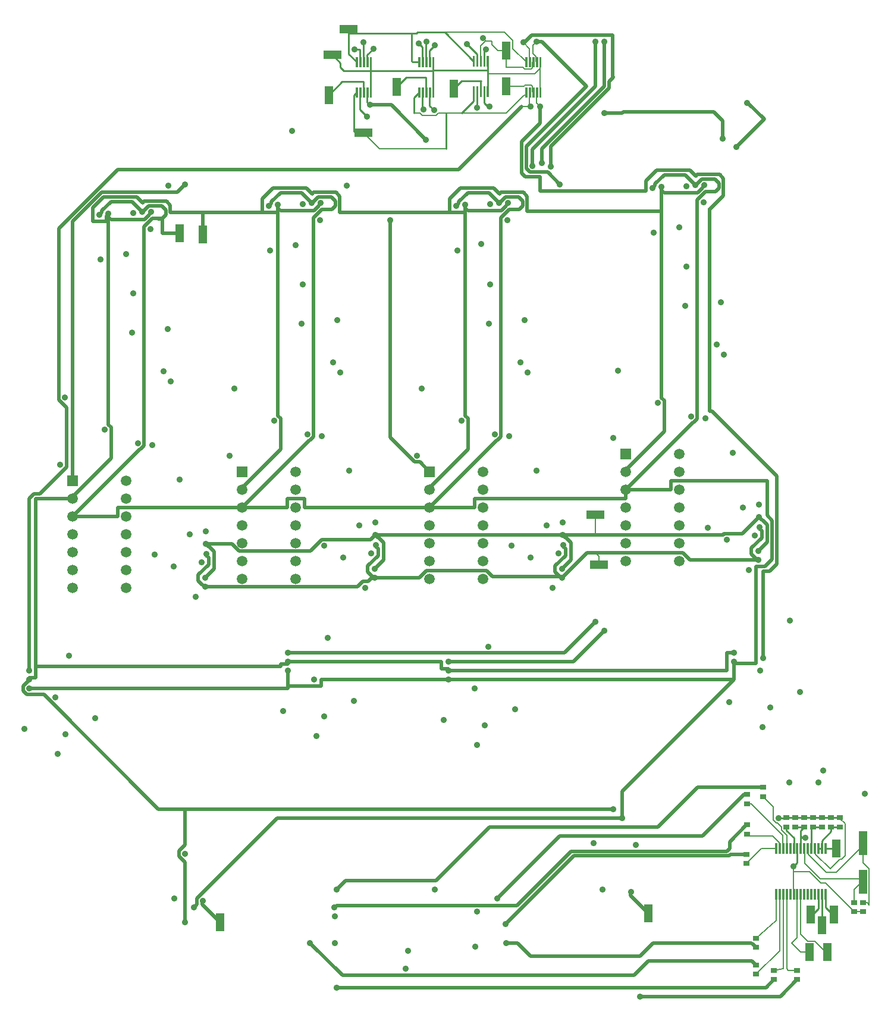
<source format=gbr>
G04 EAGLE Gerber RS-274X export*
G75*
%MOMM*%
%FSLAX34Y34*%
%LPD*%
%INBottom Copper*%
%IPPOS*%
%AMOC8*
5,1,8,0,0,1.08239X$1,22.5*%
G01*
%ADD10R,1.270000X2.540000*%
%ADD11R,1.498600X1.498600*%
%ADD12C,1.498600*%
%ADD13C,0.070000*%
%ADD14R,2.540000X1.270000*%
%ADD15R,0.900000X0.700000*%
%ADD16R,0.300000X1.500000*%
%ADD17R,1.200000X3.500000*%
%ADD18C,0.914400*%
%ADD19C,0.203200*%
%ADD20C,0.254000*%
%ADD21C,0.508000*%


D10*
X151130Y600710D03*
X760730Y613410D03*
D11*
X-58420Y1229360D03*
D12*
X-58420Y1203960D03*
X-58420Y1178560D03*
X-58420Y1153160D03*
X-58420Y1127760D03*
X-58420Y1102360D03*
X-58420Y1076960D03*
X17780Y1076960D03*
X17780Y1102360D03*
X17780Y1127760D03*
X17780Y1153160D03*
X17780Y1178560D03*
X17780Y1203960D03*
X17780Y1229360D03*
D11*
X182880Y1242060D03*
D12*
X182880Y1216660D03*
X182880Y1191260D03*
X182880Y1165860D03*
X182880Y1140460D03*
X182880Y1115060D03*
X182880Y1089660D03*
X259080Y1089660D03*
X259080Y1115060D03*
X259080Y1140460D03*
X259080Y1165860D03*
X259080Y1191260D03*
X259080Y1216660D03*
X259080Y1242060D03*
D11*
X449580Y1242060D03*
D12*
X449580Y1216660D03*
X449580Y1191260D03*
X449580Y1165860D03*
X449580Y1140460D03*
X449580Y1115060D03*
X449580Y1089660D03*
X525780Y1089660D03*
X525780Y1115060D03*
X525780Y1140460D03*
X525780Y1165860D03*
X525780Y1191260D03*
X525780Y1216660D03*
X525780Y1242060D03*
D11*
X728980Y1267460D03*
D12*
X728980Y1242060D03*
X728980Y1216660D03*
X728980Y1191260D03*
X728980Y1165860D03*
X728980Y1140460D03*
X728980Y1115060D03*
X805180Y1115060D03*
X805180Y1140460D03*
X805180Y1165860D03*
X805180Y1191260D03*
X805180Y1216660D03*
X805180Y1242060D03*
X805180Y1267460D03*
D13*
X344550Y1817900D02*
X344550Y1831900D01*
X346650Y1831900D01*
X346650Y1817900D01*
X344550Y1817900D01*
X344550Y1818565D02*
X346650Y1818565D01*
X346650Y1819230D02*
X344550Y1819230D01*
X344550Y1819895D02*
X346650Y1819895D01*
X346650Y1820560D02*
X344550Y1820560D01*
X344550Y1821225D02*
X346650Y1821225D01*
X346650Y1821890D02*
X344550Y1821890D01*
X344550Y1822555D02*
X346650Y1822555D01*
X346650Y1823220D02*
X344550Y1823220D01*
X344550Y1823885D02*
X346650Y1823885D01*
X346650Y1824550D02*
X344550Y1824550D01*
X344550Y1825215D02*
X346650Y1825215D01*
X346650Y1825880D02*
X344550Y1825880D01*
X344550Y1826545D02*
X346650Y1826545D01*
X346650Y1827210D02*
X344550Y1827210D01*
X344550Y1827875D02*
X346650Y1827875D01*
X346650Y1828540D02*
X344550Y1828540D01*
X344550Y1829205D02*
X346650Y1829205D01*
X346650Y1829870D02*
X344550Y1829870D01*
X344550Y1830535D02*
X346650Y1830535D01*
X346650Y1831200D02*
X344550Y1831200D01*
X344550Y1831865D02*
X346650Y1831865D01*
X349550Y1831900D02*
X349550Y1817900D01*
X349550Y1831900D02*
X351650Y1831900D01*
X351650Y1817900D01*
X349550Y1817900D01*
X349550Y1818565D02*
X351650Y1818565D01*
X351650Y1819230D02*
X349550Y1819230D01*
X349550Y1819895D02*
X351650Y1819895D01*
X351650Y1820560D02*
X349550Y1820560D01*
X349550Y1821225D02*
X351650Y1821225D01*
X351650Y1821890D02*
X349550Y1821890D01*
X349550Y1822555D02*
X351650Y1822555D01*
X351650Y1823220D02*
X349550Y1823220D01*
X349550Y1823885D02*
X351650Y1823885D01*
X351650Y1824550D02*
X349550Y1824550D01*
X349550Y1825215D02*
X351650Y1825215D01*
X351650Y1825880D02*
X349550Y1825880D01*
X349550Y1826545D02*
X351650Y1826545D01*
X351650Y1827210D02*
X349550Y1827210D01*
X349550Y1827875D02*
X351650Y1827875D01*
X351650Y1828540D02*
X349550Y1828540D01*
X349550Y1829205D02*
X351650Y1829205D01*
X351650Y1829870D02*
X349550Y1829870D01*
X349550Y1830535D02*
X351650Y1830535D01*
X351650Y1831200D02*
X349550Y1831200D01*
X349550Y1831865D02*
X351650Y1831865D01*
X354550Y1831900D02*
X354550Y1817900D01*
X354550Y1831900D02*
X356650Y1831900D01*
X356650Y1817900D01*
X354550Y1817900D01*
X354550Y1818565D02*
X356650Y1818565D01*
X356650Y1819230D02*
X354550Y1819230D01*
X354550Y1819895D02*
X356650Y1819895D01*
X356650Y1820560D02*
X354550Y1820560D01*
X354550Y1821225D02*
X356650Y1821225D01*
X356650Y1821890D02*
X354550Y1821890D01*
X354550Y1822555D02*
X356650Y1822555D01*
X356650Y1823220D02*
X354550Y1823220D01*
X354550Y1823885D02*
X356650Y1823885D01*
X356650Y1824550D02*
X354550Y1824550D01*
X354550Y1825215D02*
X356650Y1825215D01*
X356650Y1825880D02*
X354550Y1825880D01*
X354550Y1826545D02*
X356650Y1826545D01*
X356650Y1827210D02*
X354550Y1827210D01*
X354550Y1827875D02*
X356650Y1827875D01*
X356650Y1828540D02*
X354550Y1828540D01*
X354550Y1829205D02*
X356650Y1829205D01*
X356650Y1829870D02*
X354550Y1829870D01*
X354550Y1830535D02*
X356650Y1830535D01*
X356650Y1831200D02*
X354550Y1831200D01*
X354550Y1831865D02*
X356650Y1831865D01*
X359550Y1831900D02*
X359550Y1817900D01*
X359550Y1831900D02*
X361650Y1831900D01*
X361650Y1817900D01*
X359550Y1817900D01*
X359550Y1818565D02*
X361650Y1818565D01*
X361650Y1819230D02*
X359550Y1819230D01*
X359550Y1819895D02*
X361650Y1819895D01*
X361650Y1820560D02*
X359550Y1820560D01*
X359550Y1821225D02*
X361650Y1821225D01*
X361650Y1821890D02*
X359550Y1821890D01*
X359550Y1822555D02*
X361650Y1822555D01*
X361650Y1823220D02*
X359550Y1823220D01*
X359550Y1823885D02*
X361650Y1823885D01*
X361650Y1824550D02*
X359550Y1824550D01*
X359550Y1825215D02*
X361650Y1825215D01*
X361650Y1825880D02*
X359550Y1825880D01*
X359550Y1826545D02*
X361650Y1826545D01*
X361650Y1827210D02*
X359550Y1827210D01*
X359550Y1827875D02*
X361650Y1827875D01*
X361650Y1828540D02*
X359550Y1828540D01*
X359550Y1829205D02*
X361650Y1829205D01*
X361650Y1829870D02*
X359550Y1829870D01*
X359550Y1830535D02*
X361650Y1830535D01*
X361650Y1831200D02*
X359550Y1831200D01*
X359550Y1831865D02*
X361650Y1831865D01*
X364550Y1831900D02*
X364550Y1817900D01*
X364550Y1831900D02*
X366650Y1831900D01*
X366650Y1817900D01*
X364550Y1817900D01*
X364550Y1818565D02*
X366650Y1818565D01*
X366650Y1819230D02*
X364550Y1819230D01*
X364550Y1819895D02*
X366650Y1819895D01*
X366650Y1820560D02*
X364550Y1820560D01*
X364550Y1821225D02*
X366650Y1821225D01*
X366650Y1821890D02*
X364550Y1821890D01*
X364550Y1822555D02*
X366650Y1822555D01*
X366650Y1823220D02*
X364550Y1823220D01*
X364550Y1823885D02*
X366650Y1823885D01*
X366650Y1824550D02*
X364550Y1824550D01*
X364550Y1825215D02*
X366650Y1825215D01*
X366650Y1825880D02*
X364550Y1825880D01*
X364550Y1826545D02*
X366650Y1826545D01*
X366650Y1827210D02*
X364550Y1827210D01*
X364550Y1827875D02*
X366650Y1827875D01*
X366650Y1828540D02*
X364550Y1828540D01*
X364550Y1829205D02*
X366650Y1829205D01*
X366650Y1829870D02*
X364550Y1829870D01*
X364550Y1830535D02*
X366650Y1830535D01*
X366650Y1831200D02*
X364550Y1831200D01*
X364550Y1831865D02*
X366650Y1831865D01*
X364550Y1788900D02*
X364550Y1774900D01*
X364550Y1788900D02*
X366650Y1788900D01*
X366650Y1774900D01*
X364550Y1774900D01*
X364550Y1775565D02*
X366650Y1775565D01*
X366650Y1776230D02*
X364550Y1776230D01*
X364550Y1776895D02*
X366650Y1776895D01*
X366650Y1777560D02*
X364550Y1777560D01*
X364550Y1778225D02*
X366650Y1778225D01*
X366650Y1778890D02*
X364550Y1778890D01*
X364550Y1779555D02*
X366650Y1779555D01*
X366650Y1780220D02*
X364550Y1780220D01*
X364550Y1780885D02*
X366650Y1780885D01*
X366650Y1781550D02*
X364550Y1781550D01*
X364550Y1782215D02*
X366650Y1782215D01*
X366650Y1782880D02*
X364550Y1782880D01*
X364550Y1783545D02*
X366650Y1783545D01*
X366650Y1784210D02*
X364550Y1784210D01*
X364550Y1784875D02*
X366650Y1784875D01*
X366650Y1785540D02*
X364550Y1785540D01*
X364550Y1786205D02*
X366650Y1786205D01*
X366650Y1786870D02*
X364550Y1786870D01*
X364550Y1787535D02*
X366650Y1787535D01*
X366650Y1788200D02*
X364550Y1788200D01*
X364550Y1788865D02*
X366650Y1788865D01*
X359550Y1788900D02*
X359550Y1774900D01*
X359550Y1788900D02*
X361650Y1788900D01*
X361650Y1774900D01*
X359550Y1774900D01*
X359550Y1775565D02*
X361650Y1775565D01*
X361650Y1776230D02*
X359550Y1776230D01*
X359550Y1776895D02*
X361650Y1776895D01*
X361650Y1777560D02*
X359550Y1777560D01*
X359550Y1778225D02*
X361650Y1778225D01*
X361650Y1778890D02*
X359550Y1778890D01*
X359550Y1779555D02*
X361650Y1779555D01*
X361650Y1780220D02*
X359550Y1780220D01*
X359550Y1780885D02*
X361650Y1780885D01*
X361650Y1781550D02*
X359550Y1781550D01*
X359550Y1782215D02*
X361650Y1782215D01*
X361650Y1782880D02*
X359550Y1782880D01*
X359550Y1783545D02*
X361650Y1783545D01*
X361650Y1784210D02*
X359550Y1784210D01*
X359550Y1784875D02*
X361650Y1784875D01*
X361650Y1785540D02*
X359550Y1785540D01*
X359550Y1786205D02*
X361650Y1786205D01*
X361650Y1786870D02*
X359550Y1786870D01*
X359550Y1787535D02*
X361650Y1787535D01*
X361650Y1788200D02*
X359550Y1788200D01*
X359550Y1788865D02*
X361650Y1788865D01*
X354550Y1788900D02*
X354550Y1774900D01*
X354550Y1788900D02*
X356650Y1788900D01*
X356650Y1774900D01*
X354550Y1774900D01*
X354550Y1775565D02*
X356650Y1775565D01*
X356650Y1776230D02*
X354550Y1776230D01*
X354550Y1776895D02*
X356650Y1776895D01*
X356650Y1777560D02*
X354550Y1777560D01*
X354550Y1778225D02*
X356650Y1778225D01*
X356650Y1778890D02*
X354550Y1778890D01*
X354550Y1779555D02*
X356650Y1779555D01*
X356650Y1780220D02*
X354550Y1780220D01*
X354550Y1780885D02*
X356650Y1780885D01*
X356650Y1781550D02*
X354550Y1781550D01*
X354550Y1782215D02*
X356650Y1782215D01*
X356650Y1782880D02*
X354550Y1782880D01*
X354550Y1783545D02*
X356650Y1783545D01*
X356650Y1784210D02*
X354550Y1784210D01*
X354550Y1784875D02*
X356650Y1784875D01*
X356650Y1785540D02*
X354550Y1785540D01*
X354550Y1786205D02*
X356650Y1786205D01*
X356650Y1786870D02*
X354550Y1786870D01*
X354550Y1787535D02*
X356650Y1787535D01*
X356650Y1788200D02*
X354550Y1788200D01*
X354550Y1788865D02*
X356650Y1788865D01*
X349550Y1788900D02*
X349550Y1774900D01*
X349550Y1788900D02*
X351650Y1788900D01*
X351650Y1774900D01*
X349550Y1774900D01*
X349550Y1775565D02*
X351650Y1775565D01*
X351650Y1776230D02*
X349550Y1776230D01*
X349550Y1776895D02*
X351650Y1776895D01*
X351650Y1777560D02*
X349550Y1777560D01*
X349550Y1778225D02*
X351650Y1778225D01*
X351650Y1778890D02*
X349550Y1778890D01*
X349550Y1779555D02*
X351650Y1779555D01*
X351650Y1780220D02*
X349550Y1780220D01*
X349550Y1780885D02*
X351650Y1780885D01*
X351650Y1781550D02*
X349550Y1781550D01*
X349550Y1782215D02*
X351650Y1782215D01*
X351650Y1782880D02*
X349550Y1782880D01*
X349550Y1783545D02*
X351650Y1783545D01*
X351650Y1784210D02*
X349550Y1784210D01*
X349550Y1784875D02*
X351650Y1784875D01*
X351650Y1785540D02*
X349550Y1785540D01*
X349550Y1786205D02*
X351650Y1786205D01*
X351650Y1786870D02*
X349550Y1786870D01*
X349550Y1787535D02*
X351650Y1787535D01*
X351650Y1788200D02*
X349550Y1788200D01*
X349550Y1788865D02*
X351650Y1788865D01*
X344550Y1788900D02*
X344550Y1774900D01*
X344550Y1788900D02*
X346650Y1788900D01*
X346650Y1774900D01*
X344550Y1774900D01*
X344550Y1775565D02*
X346650Y1775565D01*
X346650Y1776230D02*
X344550Y1776230D01*
X344550Y1776895D02*
X346650Y1776895D01*
X346650Y1777560D02*
X344550Y1777560D01*
X344550Y1778225D02*
X346650Y1778225D01*
X346650Y1778890D02*
X344550Y1778890D01*
X344550Y1779555D02*
X346650Y1779555D01*
X346650Y1780220D02*
X344550Y1780220D01*
X344550Y1780885D02*
X346650Y1780885D01*
X346650Y1781550D02*
X344550Y1781550D01*
X344550Y1782215D02*
X346650Y1782215D01*
X346650Y1782880D02*
X344550Y1782880D01*
X344550Y1783545D02*
X346650Y1783545D01*
X346650Y1784210D02*
X344550Y1784210D01*
X344550Y1784875D02*
X346650Y1784875D01*
X346650Y1785540D02*
X344550Y1785540D01*
X344550Y1786205D02*
X346650Y1786205D01*
X346650Y1786870D02*
X344550Y1786870D01*
X344550Y1787535D02*
X346650Y1787535D01*
X346650Y1788200D02*
X344550Y1788200D01*
X344550Y1788865D02*
X346650Y1788865D01*
X433450Y1817900D02*
X433450Y1831900D01*
X435550Y1831900D01*
X435550Y1817900D01*
X433450Y1817900D01*
X433450Y1818565D02*
X435550Y1818565D01*
X435550Y1819230D02*
X433450Y1819230D01*
X433450Y1819895D02*
X435550Y1819895D01*
X435550Y1820560D02*
X433450Y1820560D01*
X433450Y1821225D02*
X435550Y1821225D01*
X435550Y1821890D02*
X433450Y1821890D01*
X433450Y1822555D02*
X435550Y1822555D01*
X435550Y1823220D02*
X433450Y1823220D01*
X433450Y1823885D02*
X435550Y1823885D01*
X435550Y1824550D02*
X433450Y1824550D01*
X433450Y1825215D02*
X435550Y1825215D01*
X435550Y1825880D02*
X433450Y1825880D01*
X433450Y1826545D02*
X435550Y1826545D01*
X435550Y1827210D02*
X433450Y1827210D01*
X433450Y1827875D02*
X435550Y1827875D01*
X435550Y1828540D02*
X433450Y1828540D01*
X433450Y1829205D02*
X435550Y1829205D01*
X435550Y1829870D02*
X433450Y1829870D01*
X433450Y1830535D02*
X435550Y1830535D01*
X435550Y1831200D02*
X433450Y1831200D01*
X433450Y1831865D02*
X435550Y1831865D01*
X438450Y1831900D02*
X438450Y1817900D01*
X438450Y1831900D02*
X440550Y1831900D01*
X440550Y1817900D01*
X438450Y1817900D01*
X438450Y1818565D02*
X440550Y1818565D01*
X440550Y1819230D02*
X438450Y1819230D01*
X438450Y1819895D02*
X440550Y1819895D01*
X440550Y1820560D02*
X438450Y1820560D01*
X438450Y1821225D02*
X440550Y1821225D01*
X440550Y1821890D02*
X438450Y1821890D01*
X438450Y1822555D02*
X440550Y1822555D01*
X440550Y1823220D02*
X438450Y1823220D01*
X438450Y1823885D02*
X440550Y1823885D01*
X440550Y1824550D02*
X438450Y1824550D01*
X438450Y1825215D02*
X440550Y1825215D01*
X440550Y1825880D02*
X438450Y1825880D01*
X438450Y1826545D02*
X440550Y1826545D01*
X440550Y1827210D02*
X438450Y1827210D01*
X438450Y1827875D02*
X440550Y1827875D01*
X440550Y1828540D02*
X438450Y1828540D01*
X438450Y1829205D02*
X440550Y1829205D01*
X440550Y1829870D02*
X438450Y1829870D01*
X438450Y1830535D02*
X440550Y1830535D01*
X440550Y1831200D02*
X438450Y1831200D01*
X438450Y1831865D02*
X440550Y1831865D01*
X443450Y1831900D02*
X443450Y1817900D01*
X443450Y1831900D02*
X445550Y1831900D01*
X445550Y1817900D01*
X443450Y1817900D01*
X443450Y1818565D02*
X445550Y1818565D01*
X445550Y1819230D02*
X443450Y1819230D01*
X443450Y1819895D02*
X445550Y1819895D01*
X445550Y1820560D02*
X443450Y1820560D01*
X443450Y1821225D02*
X445550Y1821225D01*
X445550Y1821890D02*
X443450Y1821890D01*
X443450Y1822555D02*
X445550Y1822555D01*
X445550Y1823220D02*
X443450Y1823220D01*
X443450Y1823885D02*
X445550Y1823885D01*
X445550Y1824550D02*
X443450Y1824550D01*
X443450Y1825215D02*
X445550Y1825215D01*
X445550Y1825880D02*
X443450Y1825880D01*
X443450Y1826545D02*
X445550Y1826545D01*
X445550Y1827210D02*
X443450Y1827210D01*
X443450Y1827875D02*
X445550Y1827875D01*
X445550Y1828540D02*
X443450Y1828540D01*
X443450Y1829205D02*
X445550Y1829205D01*
X445550Y1829870D02*
X443450Y1829870D01*
X443450Y1830535D02*
X445550Y1830535D01*
X445550Y1831200D02*
X443450Y1831200D01*
X443450Y1831865D02*
X445550Y1831865D01*
X448450Y1831900D02*
X448450Y1817900D01*
X448450Y1831900D02*
X450550Y1831900D01*
X450550Y1817900D01*
X448450Y1817900D01*
X448450Y1818565D02*
X450550Y1818565D01*
X450550Y1819230D02*
X448450Y1819230D01*
X448450Y1819895D02*
X450550Y1819895D01*
X450550Y1820560D02*
X448450Y1820560D01*
X448450Y1821225D02*
X450550Y1821225D01*
X450550Y1821890D02*
X448450Y1821890D01*
X448450Y1822555D02*
X450550Y1822555D01*
X450550Y1823220D02*
X448450Y1823220D01*
X448450Y1823885D02*
X450550Y1823885D01*
X450550Y1824550D02*
X448450Y1824550D01*
X448450Y1825215D02*
X450550Y1825215D01*
X450550Y1825880D02*
X448450Y1825880D01*
X448450Y1826545D02*
X450550Y1826545D01*
X450550Y1827210D02*
X448450Y1827210D01*
X448450Y1827875D02*
X450550Y1827875D01*
X450550Y1828540D02*
X448450Y1828540D01*
X448450Y1829205D02*
X450550Y1829205D01*
X450550Y1829870D02*
X448450Y1829870D01*
X448450Y1830535D02*
X450550Y1830535D01*
X450550Y1831200D02*
X448450Y1831200D01*
X448450Y1831865D02*
X450550Y1831865D01*
X453450Y1831900D02*
X453450Y1817900D01*
X453450Y1831900D02*
X455550Y1831900D01*
X455550Y1817900D01*
X453450Y1817900D01*
X453450Y1818565D02*
X455550Y1818565D01*
X455550Y1819230D02*
X453450Y1819230D01*
X453450Y1819895D02*
X455550Y1819895D01*
X455550Y1820560D02*
X453450Y1820560D01*
X453450Y1821225D02*
X455550Y1821225D01*
X455550Y1821890D02*
X453450Y1821890D01*
X453450Y1822555D02*
X455550Y1822555D01*
X455550Y1823220D02*
X453450Y1823220D01*
X453450Y1823885D02*
X455550Y1823885D01*
X455550Y1824550D02*
X453450Y1824550D01*
X453450Y1825215D02*
X455550Y1825215D01*
X455550Y1825880D02*
X453450Y1825880D01*
X453450Y1826545D02*
X455550Y1826545D01*
X455550Y1827210D02*
X453450Y1827210D01*
X453450Y1827875D02*
X455550Y1827875D01*
X455550Y1828540D02*
X453450Y1828540D01*
X453450Y1829205D02*
X455550Y1829205D01*
X455550Y1829870D02*
X453450Y1829870D01*
X453450Y1830535D02*
X455550Y1830535D01*
X455550Y1831200D02*
X453450Y1831200D01*
X453450Y1831865D02*
X455550Y1831865D01*
X453450Y1788900D02*
X453450Y1774900D01*
X453450Y1788900D02*
X455550Y1788900D01*
X455550Y1774900D01*
X453450Y1774900D01*
X453450Y1775565D02*
X455550Y1775565D01*
X455550Y1776230D02*
X453450Y1776230D01*
X453450Y1776895D02*
X455550Y1776895D01*
X455550Y1777560D02*
X453450Y1777560D01*
X453450Y1778225D02*
X455550Y1778225D01*
X455550Y1778890D02*
X453450Y1778890D01*
X453450Y1779555D02*
X455550Y1779555D01*
X455550Y1780220D02*
X453450Y1780220D01*
X453450Y1780885D02*
X455550Y1780885D01*
X455550Y1781550D02*
X453450Y1781550D01*
X453450Y1782215D02*
X455550Y1782215D01*
X455550Y1782880D02*
X453450Y1782880D01*
X453450Y1783545D02*
X455550Y1783545D01*
X455550Y1784210D02*
X453450Y1784210D01*
X453450Y1784875D02*
X455550Y1784875D01*
X455550Y1785540D02*
X453450Y1785540D01*
X453450Y1786205D02*
X455550Y1786205D01*
X455550Y1786870D02*
X453450Y1786870D01*
X453450Y1787535D02*
X455550Y1787535D01*
X455550Y1788200D02*
X453450Y1788200D01*
X453450Y1788865D02*
X455550Y1788865D01*
X448450Y1788900D02*
X448450Y1774900D01*
X448450Y1788900D02*
X450550Y1788900D01*
X450550Y1774900D01*
X448450Y1774900D01*
X448450Y1775565D02*
X450550Y1775565D01*
X450550Y1776230D02*
X448450Y1776230D01*
X448450Y1776895D02*
X450550Y1776895D01*
X450550Y1777560D02*
X448450Y1777560D01*
X448450Y1778225D02*
X450550Y1778225D01*
X450550Y1778890D02*
X448450Y1778890D01*
X448450Y1779555D02*
X450550Y1779555D01*
X450550Y1780220D02*
X448450Y1780220D01*
X448450Y1780885D02*
X450550Y1780885D01*
X450550Y1781550D02*
X448450Y1781550D01*
X448450Y1782215D02*
X450550Y1782215D01*
X450550Y1782880D02*
X448450Y1782880D01*
X448450Y1783545D02*
X450550Y1783545D01*
X450550Y1784210D02*
X448450Y1784210D01*
X448450Y1784875D02*
X450550Y1784875D01*
X450550Y1785540D02*
X448450Y1785540D01*
X448450Y1786205D02*
X450550Y1786205D01*
X450550Y1786870D02*
X448450Y1786870D01*
X448450Y1787535D02*
X450550Y1787535D01*
X450550Y1788200D02*
X448450Y1788200D01*
X448450Y1788865D02*
X450550Y1788865D01*
X443450Y1788900D02*
X443450Y1774900D01*
X443450Y1788900D02*
X445550Y1788900D01*
X445550Y1774900D01*
X443450Y1774900D01*
X443450Y1775565D02*
X445550Y1775565D01*
X445550Y1776230D02*
X443450Y1776230D01*
X443450Y1776895D02*
X445550Y1776895D01*
X445550Y1777560D02*
X443450Y1777560D01*
X443450Y1778225D02*
X445550Y1778225D01*
X445550Y1778890D02*
X443450Y1778890D01*
X443450Y1779555D02*
X445550Y1779555D01*
X445550Y1780220D02*
X443450Y1780220D01*
X443450Y1780885D02*
X445550Y1780885D01*
X445550Y1781550D02*
X443450Y1781550D01*
X443450Y1782215D02*
X445550Y1782215D01*
X445550Y1782880D02*
X443450Y1782880D01*
X443450Y1783545D02*
X445550Y1783545D01*
X445550Y1784210D02*
X443450Y1784210D01*
X443450Y1784875D02*
X445550Y1784875D01*
X445550Y1785540D02*
X443450Y1785540D01*
X443450Y1786205D02*
X445550Y1786205D01*
X445550Y1786870D02*
X443450Y1786870D01*
X443450Y1787535D02*
X445550Y1787535D01*
X445550Y1788200D02*
X443450Y1788200D01*
X443450Y1788865D02*
X445550Y1788865D01*
X438450Y1788900D02*
X438450Y1774900D01*
X438450Y1788900D02*
X440550Y1788900D01*
X440550Y1774900D01*
X438450Y1774900D01*
X438450Y1775565D02*
X440550Y1775565D01*
X440550Y1776230D02*
X438450Y1776230D01*
X438450Y1776895D02*
X440550Y1776895D01*
X440550Y1777560D02*
X438450Y1777560D01*
X438450Y1778225D02*
X440550Y1778225D01*
X440550Y1778890D02*
X438450Y1778890D01*
X438450Y1779555D02*
X440550Y1779555D01*
X440550Y1780220D02*
X438450Y1780220D01*
X438450Y1780885D02*
X440550Y1780885D01*
X440550Y1781550D02*
X438450Y1781550D01*
X438450Y1782215D02*
X440550Y1782215D01*
X440550Y1782880D02*
X438450Y1782880D01*
X438450Y1783545D02*
X440550Y1783545D01*
X440550Y1784210D02*
X438450Y1784210D01*
X438450Y1784875D02*
X440550Y1784875D01*
X440550Y1785540D02*
X438450Y1785540D01*
X438450Y1786205D02*
X440550Y1786205D01*
X440550Y1786870D02*
X438450Y1786870D01*
X438450Y1787535D02*
X440550Y1787535D01*
X440550Y1788200D02*
X438450Y1788200D01*
X438450Y1788865D02*
X440550Y1788865D01*
X433450Y1788900D02*
X433450Y1774900D01*
X433450Y1788900D02*
X435550Y1788900D01*
X435550Y1774900D01*
X433450Y1774900D01*
X433450Y1775565D02*
X435550Y1775565D01*
X435550Y1776230D02*
X433450Y1776230D01*
X433450Y1776895D02*
X435550Y1776895D01*
X435550Y1777560D02*
X433450Y1777560D01*
X433450Y1778225D02*
X435550Y1778225D01*
X435550Y1778890D02*
X433450Y1778890D01*
X433450Y1779555D02*
X435550Y1779555D01*
X435550Y1780220D02*
X433450Y1780220D01*
X433450Y1780885D02*
X435550Y1780885D01*
X435550Y1781550D02*
X433450Y1781550D01*
X433450Y1782215D02*
X435550Y1782215D01*
X435550Y1782880D02*
X433450Y1782880D01*
X433450Y1783545D02*
X435550Y1783545D01*
X435550Y1784210D02*
X433450Y1784210D01*
X433450Y1784875D02*
X435550Y1784875D01*
X435550Y1785540D02*
X433450Y1785540D01*
X433450Y1786205D02*
X435550Y1786205D01*
X435550Y1786870D02*
X433450Y1786870D01*
X433450Y1787535D02*
X435550Y1787535D01*
X435550Y1788200D02*
X433450Y1788200D01*
X433450Y1788865D02*
X435550Y1788865D01*
X510920Y1819170D02*
X510920Y1833170D01*
X513020Y1833170D01*
X513020Y1819170D01*
X510920Y1819170D01*
X510920Y1819835D02*
X513020Y1819835D01*
X513020Y1820500D02*
X510920Y1820500D01*
X510920Y1821165D02*
X513020Y1821165D01*
X513020Y1821830D02*
X510920Y1821830D01*
X510920Y1822495D02*
X513020Y1822495D01*
X513020Y1823160D02*
X510920Y1823160D01*
X510920Y1823825D02*
X513020Y1823825D01*
X513020Y1824490D02*
X510920Y1824490D01*
X510920Y1825155D02*
X513020Y1825155D01*
X513020Y1825820D02*
X510920Y1825820D01*
X510920Y1826485D02*
X513020Y1826485D01*
X513020Y1827150D02*
X510920Y1827150D01*
X510920Y1827815D02*
X513020Y1827815D01*
X513020Y1828480D02*
X510920Y1828480D01*
X510920Y1829145D02*
X513020Y1829145D01*
X513020Y1829810D02*
X510920Y1829810D01*
X510920Y1830475D02*
X513020Y1830475D01*
X513020Y1831140D02*
X510920Y1831140D01*
X510920Y1831805D02*
X513020Y1831805D01*
X513020Y1832470D02*
X510920Y1832470D01*
X510920Y1833135D02*
X513020Y1833135D01*
X515920Y1833170D02*
X515920Y1819170D01*
X515920Y1833170D02*
X518020Y1833170D01*
X518020Y1819170D01*
X515920Y1819170D01*
X515920Y1819835D02*
X518020Y1819835D01*
X518020Y1820500D02*
X515920Y1820500D01*
X515920Y1821165D02*
X518020Y1821165D01*
X518020Y1821830D02*
X515920Y1821830D01*
X515920Y1822495D02*
X518020Y1822495D01*
X518020Y1823160D02*
X515920Y1823160D01*
X515920Y1823825D02*
X518020Y1823825D01*
X518020Y1824490D02*
X515920Y1824490D01*
X515920Y1825155D02*
X518020Y1825155D01*
X518020Y1825820D02*
X515920Y1825820D01*
X515920Y1826485D02*
X518020Y1826485D01*
X518020Y1827150D02*
X515920Y1827150D01*
X515920Y1827815D02*
X518020Y1827815D01*
X518020Y1828480D02*
X515920Y1828480D01*
X515920Y1829145D02*
X518020Y1829145D01*
X518020Y1829810D02*
X515920Y1829810D01*
X515920Y1830475D02*
X518020Y1830475D01*
X518020Y1831140D02*
X515920Y1831140D01*
X515920Y1831805D02*
X518020Y1831805D01*
X518020Y1832470D02*
X515920Y1832470D01*
X515920Y1833135D02*
X518020Y1833135D01*
X520920Y1833170D02*
X520920Y1819170D01*
X520920Y1833170D02*
X523020Y1833170D01*
X523020Y1819170D01*
X520920Y1819170D01*
X520920Y1819835D02*
X523020Y1819835D01*
X523020Y1820500D02*
X520920Y1820500D01*
X520920Y1821165D02*
X523020Y1821165D01*
X523020Y1821830D02*
X520920Y1821830D01*
X520920Y1822495D02*
X523020Y1822495D01*
X523020Y1823160D02*
X520920Y1823160D01*
X520920Y1823825D02*
X523020Y1823825D01*
X523020Y1824490D02*
X520920Y1824490D01*
X520920Y1825155D02*
X523020Y1825155D01*
X523020Y1825820D02*
X520920Y1825820D01*
X520920Y1826485D02*
X523020Y1826485D01*
X523020Y1827150D02*
X520920Y1827150D01*
X520920Y1827815D02*
X523020Y1827815D01*
X523020Y1828480D02*
X520920Y1828480D01*
X520920Y1829145D02*
X523020Y1829145D01*
X523020Y1829810D02*
X520920Y1829810D01*
X520920Y1830475D02*
X523020Y1830475D01*
X523020Y1831140D02*
X520920Y1831140D01*
X520920Y1831805D02*
X523020Y1831805D01*
X523020Y1832470D02*
X520920Y1832470D01*
X520920Y1833135D02*
X523020Y1833135D01*
X525920Y1833170D02*
X525920Y1819170D01*
X525920Y1833170D02*
X528020Y1833170D01*
X528020Y1819170D01*
X525920Y1819170D01*
X525920Y1819835D02*
X528020Y1819835D01*
X528020Y1820500D02*
X525920Y1820500D01*
X525920Y1821165D02*
X528020Y1821165D01*
X528020Y1821830D02*
X525920Y1821830D01*
X525920Y1822495D02*
X528020Y1822495D01*
X528020Y1823160D02*
X525920Y1823160D01*
X525920Y1823825D02*
X528020Y1823825D01*
X528020Y1824490D02*
X525920Y1824490D01*
X525920Y1825155D02*
X528020Y1825155D01*
X528020Y1825820D02*
X525920Y1825820D01*
X525920Y1826485D02*
X528020Y1826485D01*
X528020Y1827150D02*
X525920Y1827150D01*
X525920Y1827815D02*
X528020Y1827815D01*
X528020Y1828480D02*
X525920Y1828480D01*
X525920Y1829145D02*
X528020Y1829145D01*
X528020Y1829810D02*
X525920Y1829810D01*
X525920Y1830475D02*
X528020Y1830475D01*
X528020Y1831140D02*
X525920Y1831140D01*
X525920Y1831805D02*
X528020Y1831805D01*
X528020Y1832470D02*
X525920Y1832470D01*
X525920Y1833135D02*
X528020Y1833135D01*
X530920Y1833170D02*
X530920Y1819170D01*
X530920Y1833170D02*
X533020Y1833170D01*
X533020Y1819170D01*
X530920Y1819170D01*
X530920Y1819835D02*
X533020Y1819835D01*
X533020Y1820500D02*
X530920Y1820500D01*
X530920Y1821165D02*
X533020Y1821165D01*
X533020Y1821830D02*
X530920Y1821830D01*
X530920Y1822495D02*
X533020Y1822495D01*
X533020Y1823160D02*
X530920Y1823160D01*
X530920Y1823825D02*
X533020Y1823825D01*
X533020Y1824490D02*
X530920Y1824490D01*
X530920Y1825155D02*
X533020Y1825155D01*
X533020Y1825820D02*
X530920Y1825820D01*
X530920Y1826485D02*
X533020Y1826485D01*
X533020Y1827150D02*
X530920Y1827150D01*
X530920Y1827815D02*
X533020Y1827815D01*
X533020Y1828480D02*
X530920Y1828480D01*
X530920Y1829145D02*
X533020Y1829145D01*
X533020Y1829810D02*
X530920Y1829810D01*
X530920Y1830475D02*
X533020Y1830475D01*
X533020Y1831140D02*
X530920Y1831140D01*
X530920Y1831805D02*
X533020Y1831805D01*
X533020Y1832470D02*
X530920Y1832470D01*
X530920Y1833135D02*
X533020Y1833135D01*
X530920Y1790170D02*
X530920Y1776170D01*
X530920Y1790170D02*
X533020Y1790170D01*
X533020Y1776170D01*
X530920Y1776170D01*
X530920Y1776835D02*
X533020Y1776835D01*
X533020Y1777500D02*
X530920Y1777500D01*
X530920Y1778165D02*
X533020Y1778165D01*
X533020Y1778830D02*
X530920Y1778830D01*
X530920Y1779495D02*
X533020Y1779495D01*
X533020Y1780160D02*
X530920Y1780160D01*
X530920Y1780825D02*
X533020Y1780825D01*
X533020Y1781490D02*
X530920Y1781490D01*
X530920Y1782155D02*
X533020Y1782155D01*
X533020Y1782820D02*
X530920Y1782820D01*
X530920Y1783485D02*
X533020Y1783485D01*
X533020Y1784150D02*
X530920Y1784150D01*
X530920Y1784815D02*
X533020Y1784815D01*
X533020Y1785480D02*
X530920Y1785480D01*
X530920Y1786145D02*
X533020Y1786145D01*
X533020Y1786810D02*
X530920Y1786810D01*
X530920Y1787475D02*
X533020Y1787475D01*
X533020Y1788140D02*
X530920Y1788140D01*
X530920Y1788805D02*
X533020Y1788805D01*
X533020Y1789470D02*
X530920Y1789470D01*
X530920Y1790135D02*
X533020Y1790135D01*
X525920Y1790170D02*
X525920Y1776170D01*
X525920Y1790170D02*
X528020Y1790170D01*
X528020Y1776170D01*
X525920Y1776170D01*
X525920Y1776835D02*
X528020Y1776835D01*
X528020Y1777500D02*
X525920Y1777500D01*
X525920Y1778165D02*
X528020Y1778165D01*
X528020Y1778830D02*
X525920Y1778830D01*
X525920Y1779495D02*
X528020Y1779495D01*
X528020Y1780160D02*
X525920Y1780160D01*
X525920Y1780825D02*
X528020Y1780825D01*
X528020Y1781490D02*
X525920Y1781490D01*
X525920Y1782155D02*
X528020Y1782155D01*
X528020Y1782820D02*
X525920Y1782820D01*
X525920Y1783485D02*
X528020Y1783485D01*
X528020Y1784150D02*
X525920Y1784150D01*
X525920Y1784815D02*
X528020Y1784815D01*
X528020Y1785480D02*
X525920Y1785480D01*
X525920Y1786145D02*
X528020Y1786145D01*
X528020Y1786810D02*
X525920Y1786810D01*
X525920Y1787475D02*
X528020Y1787475D01*
X528020Y1788140D02*
X525920Y1788140D01*
X525920Y1788805D02*
X528020Y1788805D01*
X528020Y1789470D02*
X525920Y1789470D01*
X525920Y1790135D02*
X528020Y1790135D01*
X520920Y1790170D02*
X520920Y1776170D01*
X520920Y1790170D02*
X523020Y1790170D01*
X523020Y1776170D01*
X520920Y1776170D01*
X520920Y1776835D02*
X523020Y1776835D01*
X523020Y1777500D02*
X520920Y1777500D01*
X520920Y1778165D02*
X523020Y1778165D01*
X523020Y1778830D02*
X520920Y1778830D01*
X520920Y1779495D02*
X523020Y1779495D01*
X523020Y1780160D02*
X520920Y1780160D01*
X520920Y1780825D02*
X523020Y1780825D01*
X523020Y1781490D02*
X520920Y1781490D01*
X520920Y1782155D02*
X523020Y1782155D01*
X523020Y1782820D02*
X520920Y1782820D01*
X520920Y1783485D02*
X523020Y1783485D01*
X523020Y1784150D02*
X520920Y1784150D01*
X520920Y1784815D02*
X523020Y1784815D01*
X523020Y1785480D02*
X520920Y1785480D01*
X520920Y1786145D02*
X523020Y1786145D01*
X523020Y1786810D02*
X520920Y1786810D01*
X520920Y1787475D02*
X523020Y1787475D01*
X523020Y1788140D02*
X520920Y1788140D01*
X520920Y1788805D02*
X523020Y1788805D01*
X523020Y1789470D02*
X520920Y1789470D01*
X520920Y1790135D02*
X523020Y1790135D01*
X515920Y1790170D02*
X515920Y1776170D01*
X515920Y1790170D02*
X518020Y1790170D01*
X518020Y1776170D01*
X515920Y1776170D01*
X515920Y1776835D02*
X518020Y1776835D01*
X518020Y1777500D02*
X515920Y1777500D01*
X515920Y1778165D02*
X518020Y1778165D01*
X518020Y1778830D02*
X515920Y1778830D01*
X515920Y1779495D02*
X518020Y1779495D01*
X518020Y1780160D02*
X515920Y1780160D01*
X515920Y1780825D02*
X518020Y1780825D01*
X518020Y1781490D02*
X515920Y1781490D01*
X515920Y1782155D02*
X518020Y1782155D01*
X518020Y1782820D02*
X515920Y1782820D01*
X515920Y1783485D02*
X518020Y1783485D01*
X518020Y1784150D02*
X515920Y1784150D01*
X515920Y1784815D02*
X518020Y1784815D01*
X518020Y1785480D02*
X515920Y1785480D01*
X515920Y1786145D02*
X518020Y1786145D01*
X518020Y1786810D02*
X515920Y1786810D01*
X515920Y1787475D02*
X518020Y1787475D01*
X518020Y1788140D02*
X515920Y1788140D01*
X515920Y1788805D02*
X518020Y1788805D01*
X518020Y1789470D02*
X515920Y1789470D01*
X515920Y1790135D02*
X518020Y1790135D01*
X510920Y1790170D02*
X510920Y1776170D01*
X510920Y1790170D02*
X513020Y1790170D01*
X513020Y1776170D01*
X510920Y1776170D01*
X510920Y1776835D02*
X513020Y1776835D01*
X513020Y1777500D02*
X510920Y1777500D01*
X510920Y1778165D02*
X513020Y1778165D01*
X513020Y1778830D02*
X510920Y1778830D01*
X510920Y1779495D02*
X513020Y1779495D01*
X513020Y1780160D02*
X510920Y1780160D01*
X510920Y1780825D02*
X513020Y1780825D01*
X513020Y1781490D02*
X510920Y1781490D01*
X510920Y1782155D02*
X513020Y1782155D01*
X513020Y1782820D02*
X510920Y1782820D01*
X510920Y1783485D02*
X513020Y1783485D01*
X513020Y1784150D02*
X510920Y1784150D01*
X510920Y1784815D02*
X513020Y1784815D01*
X513020Y1785480D02*
X510920Y1785480D01*
X510920Y1786145D02*
X513020Y1786145D01*
X513020Y1786810D02*
X510920Y1786810D01*
X510920Y1787475D02*
X513020Y1787475D01*
X513020Y1788140D02*
X510920Y1788140D01*
X510920Y1788805D02*
X513020Y1788805D01*
X513020Y1789470D02*
X510920Y1789470D01*
X510920Y1790135D02*
X513020Y1790135D01*
D14*
X334010Y1871980D03*
X355600Y1724660D03*
D10*
X306070Y1778000D03*
X483870Y1786890D03*
X402590Y1789430D03*
X93980Y1581150D03*
X127000Y1579880D03*
D14*
X690880Y1109980D03*
X685800Y1181100D03*
X311150Y1835150D03*
D10*
X558800Y1841500D03*
D13*
X585850Y1831900D02*
X585850Y1817900D01*
X585850Y1831900D02*
X587950Y1831900D01*
X587950Y1817900D01*
X585850Y1817900D01*
X585850Y1818565D02*
X587950Y1818565D01*
X587950Y1819230D02*
X585850Y1819230D01*
X585850Y1819895D02*
X587950Y1819895D01*
X587950Y1820560D02*
X585850Y1820560D01*
X585850Y1821225D02*
X587950Y1821225D01*
X587950Y1821890D02*
X585850Y1821890D01*
X585850Y1822555D02*
X587950Y1822555D01*
X587950Y1823220D02*
X585850Y1823220D01*
X585850Y1823885D02*
X587950Y1823885D01*
X587950Y1824550D02*
X585850Y1824550D01*
X585850Y1825215D02*
X587950Y1825215D01*
X587950Y1825880D02*
X585850Y1825880D01*
X585850Y1826545D02*
X587950Y1826545D01*
X587950Y1827210D02*
X585850Y1827210D01*
X585850Y1827875D02*
X587950Y1827875D01*
X587950Y1828540D02*
X585850Y1828540D01*
X585850Y1829205D02*
X587950Y1829205D01*
X587950Y1829870D02*
X585850Y1829870D01*
X585850Y1830535D02*
X587950Y1830535D01*
X587950Y1831200D02*
X585850Y1831200D01*
X585850Y1831865D02*
X587950Y1831865D01*
X590850Y1831900D02*
X590850Y1817900D01*
X590850Y1831900D02*
X592950Y1831900D01*
X592950Y1817900D01*
X590850Y1817900D01*
X590850Y1818565D02*
X592950Y1818565D01*
X592950Y1819230D02*
X590850Y1819230D01*
X590850Y1819895D02*
X592950Y1819895D01*
X592950Y1820560D02*
X590850Y1820560D01*
X590850Y1821225D02*
X592950Y1821225D01*
X592950Y1821890D02*
X590850Y1821890D01*
X590850Y1822555D02*
X592950Y1822555D01*
X592950Y1823220D02*
X590850Y1823220D01*
X590850Y1823885D02*
X592950Y1823885D01*
X592950Y1824550D02*
X590850Y1824550D01*
X590850Y1825215D02*
X592950Y1825215D01*
X592950Y1825880D02*
X590850Y1825880D01*
X590850Y1826545D02*
X592950Y1826545D01*
X592950Y1827210D02*
X590850Y1827210D01*
X590850Y1827875D02*
X592950Y1827875D01*
X592950Y1828540D02*
X590850Y1828540D01*
X590850Y1829205D02*
X592950Y1829205D01*
X592950Y1829870D02*
X590850Y1829870D01*
X590850Y1830535D02*
X592950Y1830535D01*
X592950Y1831200D02*
X590850Y1831200D01*
X590850Y1831865D02*
X592950Y1831865D01*
X595850Y1831900D02*
X595850Y1817900D01*
X595850Y1831900D02*
X597950Y1831900D01*
X597950Y1817900D01*
X595850Y1817900D01*
X595850Y1818565D02*
X597950Y1818565D01*
X597950Y1819230D02*
X595850Y1819230D01*
X595850Y1819895D02*
X597950Y1819895D01*
X597950Y1820560D02*
X595850Y1820560D01*
X595850Y1821225D02*
X597950Y1821225D01*
X597950Y1821890D02*
X595850Y1821890D01*
X595850Y1822555D02*
X597950Y1822555D01*
X597950Y1823220D02*
X595850Y1823220D01*
X595850Y1823885D02*
X597950Y1823885D01*
X597950Y1824550D02*
X595850Y1824550D01*
X595850Y1825215D02*
X597950Y1825215D01*
X597950Y1825880D02*
X595850Y1825880D01*
X595850Y1826545D02*
X597950Y1826545D01*
X597950Y1827210D02*
X595850Y1827210D01*
X595850Y1827875D02*
X597950Y1827875D01*
X597950Y1828540D02*
X595850Y1828540D01*
X595850Y1829205D02*
X597950Y1829205D01*
X597950Y1829870D02*
X595850Y1829870D01*
X595850Y1830535D02*
X597950Y1830535D01*
X597950Y1831200D02*
X595850Y1831200D01*
X595850Y1831865D02*
X597950Y1831865D01*
X600850Y1831900D02*
X600850Y1817900D01*
X600850Y1831900D02*
X602950Y1831900D01*
X602950Y1817900D01*
X600850Y1817900D01*
X600850Y1818565D02*
X602950Y1818565D01*
X602950Y1819230D02*
X600850Y1819230D01*
X600850Y1819895D02*
X602950Y1819895D01*
X602950Y1820560D02*
X600850Y1820560D01*
X600850Y1821225D02*
X602950Y1821225D01*
X602950Y1821890D02*
X600850Y1821890D01*
X600850Y1822555D02*
X602950Y1822555D01*
X602950Y1823220D02*
X600850Y1823220D01*
X600850Y1823885D02*
X602950Y1823885D01*
X602950Y1824550D02*
X600850Y1824550D01*
X600850Y1825215D02*
X602950Y1825215D01*
X602950Y1825880D02*
X600850Y1825880D01*
X600850Y1826545D02*
X602950Y1826545D01*
X602950Y1827210D02*
X600850Y1827210D01*
X600850Y1827875D02*
X602950Y1827875D01*
X602950Y1828540D02*
X600850Y1828540D01*
X600850Y1829205D02*
X602950Y1829205D01*
X602950Y1829870D02*
X600850Y1829870D01*
X600850Y1830535D02*
X602950Y1830535D01*
X602950Y1831200D02*
X600850Y1831200D01*
X600850Y1831865D02*
X602950Y1831865D01*
X605850Y1831900D02*
X605850Y1817900D01*
X605850Y1831900D02*
X607950Y1831900D01*
X607950Y1817900D01*
X605850Y1817900D01*
X605850Y1818565D02*
X607950Y1818565D01*
X607950Y1819230D02*
X605850Y1819230D01*
X605850Y1819895D02*
X607950Y1819895D01*
X607950Y1820560D02*
X605850Y1820560D01*
X605850Y1821225D02*
X607950Y1821225D01*
X607950Y1821890D02*
X605850Y1821890D01*
X605850Y1822555D02*
X607950Y1822555D01*
X607950Y1823220D02*
X605850Y1823220D01*
X605850Y1823885D02*
X607950Y1823885D01*
X607950Y1824550D02*
X605850Y1824550D01*
X605850Y1825215D02*
X607950Y1825215D01*
X607950Y1825880D02*
X605850Y1825880D01*
X605850Y1826545D02*
X607950Y1826545D01*
X607950Y1827210D02*
X605850Y1827210D01*
X605850Y1827875D02*
X607950Y1827875D01*
X607950Y1828540D02*
X605850Y1828540D01*
X605850Y1829205D02*
X607950Y1829205D01*
X607950Y1829870D02*
X605850Y1829870D01*
X605850Y1830535D02*
X607950Y1830535D01*
X607950Y1831200D02*
X605850Y1831200D01*
X605850Y1831865D02*
X607950Y1831865D01*
X605850Y1788900D02*
X605850Y1774900D01*
X605850Y1788900D02*
X607950Y1788900D01*
X607950Y1774900D01*
X605850Y1774900D01*
X605850Y1775565D02*
X607950Y1775565D01*
X607950Y1776230D02*
X605850Y1776230D01*
X605850Y1776895D02*
X607950Y1776895D01*
X607950Y1777560D02*
X605850Y1777560D01*
X605850Y1778225D02*
X607950Y1778225D01*
X607950Y1778890D02*
X605850Y1778890D01*
X605850Y1779555D02*
X607950Y1779555D01*
X607950Y1780220D02*
X605850Y1780220D01*
X605850Y1780885D02*
X607950Y1780885D01*
X607950Y1781550D02*
X605850Y1781550D01*
X605850Y1782215D02*
X607950Y1782215D01*
X607950Y1782880D02*
X605850Y1782880D01*
X605850Y1783545D02*
X607950Y1783545D01*
X607950Y1784210D02*
X605850Y1784210D01*
X605850Y1784875D02*
X607950Y1784875D01*
X607950Y1785540D02*
X605850Y1785540D01*
X605850Y1786205D02*
X607950Y1786205D01*
X607950Y1786870D02*
X605850Y1786870D01*
X605850Y1787535D02*
X607950Y1787535D01*
X607950Y1788200D02*
X605850Y1788200D01*
X605850Y1788865D02*
X607950Y1788865D01*
X600850Y1788900D02*
X600850Y1774900D01*
X600850Y1788900D02*
X602950Y1788900D01*
X602950Y1774900D01*
X600850Y1774900D01*
X600850Y1775565D02*
X602950Y1775565D01*
X602950Y1776230D02*
X600850Y1776230D01*
X600850Y1776895D02*
X602950Y1776895D01*
X602950Y1777560D02*
X600850Y1777560D01*
X600850Y1778225D02*
X602950Y1778225D01*
X602950Y1778890D02*
X600850Y1778890D01*
X600850Y1779555D02*
X602950Y1779555D01*
X602950Y1780220D02*
X600850Y1780220D01*
X600850Y1780885D02*
X602950Y1780885D01*
X602950Y1781550D02*
X600850Y1781550D01*
X600850Y1782215D02*
X602950Y1782215D01*
X602950Y1782880D02*
X600850Y1782880D01*
X600850Y1783545D02*
X602950Y1783545D01*
X602950Y1784210D02*
X600850Y1784210D01*
X600850Y1784875D02*
X602950Y1784875D01*
X602950Y1785540D02*
X600850Y1785540D01*
X600850Y1786205D02*
X602950Y1786205D01*
X602950Y1786870D02*
X600850Y1786870D01*
X600850Y1787535D02*
X602950Y1787535D01*
X602950Y1788200D02*
X600850Y1788200D01*
X600850Y1788865D02*
X602950Y1788865D01*
X595850Y1788900D02*
X595850Y1774900D01*
X595850Y1788900D02*
X597950Y1788900D01*
X597950Y1774900D01*
X595850Y1774900D01*
X595850Y1775565D02*
X597950Y1775565D01*
X597950Y1776230D02*
X595850Y1776230D01*
X595850Y1776895D02*
X597950Y1776895D01*
X597950Y1777560D02*
X595850Y1777560D01*
X595850Y1778225D02*
X597950Y1778225D01*
X597950Y1778890D02*
X595850Y1778890D01*
X595850Y1779555D02*
X597950Y1779555D01*
X597950Y1780220D02*
X595850Y1780220D01*
X595850Y1780885D02*
X597950Y1780885D01*
X597950Y1781550D02*
X595850Y1781550D01*
X595850Y1782215D02*
X597950Y1782215D01*
X597950Y1782880D02*
X595850Y1782880D01*
X595850Y1783545D02*
X597950Y1783545D01*
X597950Y1784210D02*
X595850Y1784210D01*
X595850Y1784875D02*
X597950Y1784875D01*
X597950Y1785540D02*
X595850Y1785540D01*
X595850Y1786205D02*
X597950Y1786205D01*
X597950Y1786870D02*
X595850Y1786870D01*
X595850Y1787535D02*
X597950Y1787535D01*
X597950Y1788200D02*
X595850Y1788200D01*
X595850Y1788865D02*
X597950Y1788865D01*
X590850Y1788900D02*
X590850Y1774900D01*
X590850Y1788900D02*
X592950Y1788900D01*
X592950Y1774900D01*
X590850Y1774900D01*
X590850Y1775565D02*
X592950Y1775565D01*
X592950Y1776230D02*
X590850Y1776230D01*
X590850Y1776895D02*
X592950Y1776895D01*
X592950Y1777560D02*
X590850Y1777560D01*
X590850Y1778225D02*
X592950Y1778225D01*
X592950Y1778890D02*
X590850Y1778890D01*
X590850Y1779555D02*
X592950Y1779555D01*
X592950Y1780220D02*
X590850Y1780220D01*
X590850Y1780885D02*
X592950Y1780885D01*
X592950Y1781550D02*
X590850Y1781550D01*
X590850Y1782215D02*
X592950Y1782215D01*
X592950Y1782880D02*
X590850Y1782880D01*
X590850Y1783545D02*
X592950Y1783545D01*
X592950Y1784210D02*
X590850Y1784210D01*
X590850Y1784875D02*
X592950Y1784875D01*
X592950Y1785540D02*
X590850Y1785540D01*
X590850Y1786205D02*
X592950Y1786205D01*
X592950Y1786870D02*
X590850Y1786870D01*
X590850Y1787535D02*
X592950Y1787535D01*
X592950Y1788200D02*
X590850Y1788200D01*
X590850Y1788865D02*
X592950Y1788865D01*
X585850Y1788900D02*
X585850Y1774900D01*
X585850Y1788900D02*
X587950Y1788900D01*
X587950Y1774900D01*
X585850Y1774900D01*
X585850Y1775565D02*
X587950Y1775565D01*
X587950Y1776230D02*
X585850Y1776230D01*
X585850Y1776895D02*
X587950Y1776895D01*
X587950Y1777560D02*
X585850Y1777560D01*
X585850Y1778225D02*
X587950Y1778225D01*
X587950Y1778890D02*
X585850Y1778890D01*
X585850Y1779555D02*
X587950Y1779555D01*
X587950Y1780220D02*
X585850Y1780220D01*
X585850Y1780885D02*
X587950Y1780885D01*
X587950Y1781550D02*
X585850Y1781550D01*
X585850Y1782215D02*
X587950Y1782215D01*
X587950Y1782880D02*
X585850Y1782880D01*
X585850Y1783545D02*
X587950Y1783545D01*
X587950Y1784210D02*
X585850Y1784210D01*
X585850Y1784875D02*
X587950Y1784875D01*
X587950Y1785540D02*
X585850Y1785540D01*
X585850Y1786205D02*
X587950Y1786205D01*
X587950Y1786870D02*
X585850Y1786870D01*
X585850Y1787535D02*
X587950Y1787535D01*
X587950Y1788200D02*
X585850Y1788200D01*
X585850Y1788865D02*
X587950Y1788865D01*
D10*
X558800Y1790700D03*
D15*
X1021080Y736450D03*
X1021080Y749450D03*
X1033780Y736450D03*
X1033780Y749450D03*
X970280Y736450D03*
X970280Y749450D03*
X982980Y736450D03*
X982980Y749450D03*
X957580Y736450D03*
X957580Y749450D03*
X995680Y736450D03*
X995680Y749450D03*
X1008380Y736450D03*
X1008380Y749450D03*
D16*
X942900Y705800D03*
X947900Y705800D03*
X952900Y705800D03*
X957900Y705800D03*
X962900Y705800D03*
X967900Y705800D03*
X972900Y705800D03*
X977900Y705800D03*
X982900Y705800D03*
X987900Y705800D03*
X992900Y705800D03*
X997900Y705800D03*
X1002900Y705800D03*
X1007900Y705800D03*
X1012900Y705800D03*
X1012900Y640400D03*
X1007900Y640400D03*
X1002900Y640400D03*
X997900Y640400D03*
X992900Y640400D03*
X987900Y640400D03*
X982900Y640400D03*
X977900Y640400D03*
X972900Y640400D03*
X967900Y640400D03*
X962900Y640400D03*
X957900Y640400D03*
X952900Y640400D03*
X947900Y640400D03*
X942900Y640400D03*
D10*
X1028700Y706120D03*
X1024890Y612140D03*
X1008380Y596900D03*
X991870Y612140D03*
D17*
X1066800Y713300D03*
X1066800Y658300D03*
D15*
X1054100Y628800D03*
X1054100Y615800D03*
X1066800Y628800D03*
X1066800Y615800D03*
X901700Y739290D03*
X901700Y726290D03*
X924560Y792630D03*
X924560Y779630D03*
X914400Y539900D03*
X914400Y526900D03*
X972820Y519280D03*
X972820Y532280D03*
X901700Y782470D03*
X901700Y769470D03*
X914400Y565000D03*
X914400Y578000D03*
X939800Y519280D03*
X939800Y532280D03*
X900430Y697380D03*
X900430Y684380D03*
D10*
X1016000Y558800D03*
X990600Y558800D03*
D18*
X285325Y946530D03*
X-82975Y921130D03*
X513925Y933830D03*
X920325Y959230D03*
X101600Y698500D03*
X683260Y713740D03*
X27925Y1610375D03*
X27940Y1496060D03*
X-69850Y1347470D03*
X81280Y1370330D03*
X93980Y1230630D03*
X107950Y1153160D03*
X84836Y1106744D03*
X269225Y1623075D03*
X269240Y1508760D03*
X171450Y1360170D03*
X322580Y1383030D03*
X335280Y1243330D03*
X349250Y1165860D03*
X326136Y1119444D03*
X535925Y1623075D03*
X535940Y1508760D03*
X438150Y1360170D03*
X589280Y1383030D03*
X601980Y1243330D03*
X615950Y1165860D03*
X592836Y1119444D03*
X815325Y1648475D03*
X815340Y1534160D03*
X717550Y1385570D03*
X868680Y1408430D03*
X881380Y1268730D03*
X895350Y1191260D03*
X872236Y1144844D03*
X457200Y647700D03*
X1009650Y816610D03*
X254000Y1727200D03*
D19*
X546506Y1841500D02*
X558800Y1841500D01*
X546506Y1841500D02*
X538124Y1849882D01*
D20*
X355600Y1852930D02*
X355600Y1824900D01*
D18*
X355600Y1852930D03*
D20*
X444500Y1854200D02*
X444500Y1824900D01*
X444500Y1854200D02*
X445008Y1854200D01*
D18*
X445008Y1854200D03*
D19*
X582960Y1816703D02*
X584653Y1815010D01*
X594147Y1815010D02*
X595840Y1816703D01*
X595840Y1823840D01*
X596900Y1824900D01*
X594147Y1815010D02*
X584653Y1815010D01*
X582960Y1816703D02*
X582960Y1817340D01*
X529590Y1854962D02*
X528422Y1854962D01*
X521760Y1848300D01*
X521970Y1826170D02*
X521970Y1825320D01*
X521760Y1825110D01*
X521760Y1848300D01*
X529590Y1854962D02*
X525526Y1859026D01*
D18*
X525526Y1859026D03*
D21*
X525526Y1859026D01*
X525526Y1859026D01*
D19*
X558800Y1841500D02*
X558800Y1817340D01*
X582960Y1817340D01*
X538226Y1854962D02*
X529590Y1854962D01*
X538226Y1854962D02*
X538226Y1854200D01*
X538124Y1854200D02*
X538124Y1849882D01*
X538124Y1854200D02*
X538226Y1854200D01*
D20*
X1021080Y749450D02*
X1033780Y749450D01*
X1021080Y749450D02*
X1008380Y749450D01*
X995680Y749450D01*
X982980Y749450D01*
X970280Y749450D01*
X957580Y749450D01*
X972900Y685880D02*
X967740Y680720D01*
D18*
X967740Y680720D03*
D20*
X957430Y749300D02*
X957580Y749450D01*
X957430Y749300D02*
X946150Y749300D01*
D18*
X946150Y749300D03*
D19*
X967740Y640560D02*
X967900Y640400D01*
X967740Y640560D02*
X967740Y673100D01*
X967740Y680720D01*
X1054100Y615800D02*
X1066800Y615800D01*
X1054100Y615800D02*
X1013056Y656844D01*
X1006535Y656844D01*
X990279Y673100D02*
X967740Y673100D01*
X990279Y673100D02*
X1006535Y656844D01*
X998860Y704840D02*
X997900Y705800D01*
X998860Y704840D02*
X998860Y697248D01*
X1019504Y676604D01*
D18*
X742666Y711200D03*
D20*
X972900Y705800D02*
X972900Y685880D01*
D19*
X1019504Y676604D02*
X1033780Y690880D01*
X1036102Y690880D01*
X1033780Y748042D02*
X1033780Y749450D01*
X1033780Y748042D02*
X1040820Y741002D01*
X1040820Y695598D02*
X1036102Y690880D01*
X1040820Y695598D02*
X1040820Y741002D01*
D18*
X288290Y865712D03*
X-80010Y840312D03*
X516890Y853012D03*
X923290Y878412D03*
X85987Y635000D03*
X695587Y647700D03*
X-12700Y1301750D03*
X25530Y1439480D03*
X54610Y1280160D03*
X17074Y1551940D03*
X228600Y1314450D03*
X266830Y1452180D03*
X295910Y1292860D03*
X258374Y1564640D03*
X495300Y1314450D03*
X533530Y1452180D03*
X562610Y1292860D03*
X522534Y1565910D03*
X774700Y1339850D03*
X812930Y1477580D03*
X842010Y1318260D03*
X804474Y1590040D03*
X415290Y534670D03*
X1069340Y783590D03*
X514350Y566420D03*
X516890Y615950D03*
X314960Y571500D03*
X314960Y609600D03*
X419100Y560070D03*
X304800Y1005840D03*
X299720Y894080D03*
X341630Y915670D03*
X241300Y901700D03*
X-63500Y980440D03*
X-68580Y868680D03*
X-26670Y891540D03*
X-127000Y876300D03*
X533400Y993140D03*
X528320Y881380D03*
X571500Y904240D03*
X469900Y889000D03*
X962660Y1029970D03*
X934720Y906780D03*
X976630Y928370D03*
X876300Y914400D03*
X58420Y1123870D03*
X-76200Y1252220D03*
X52070Y1587500D03*
X76995Y1445035D03*
X70639Y1385089D03*
X34313Y1282677D03*
X125338Y1112912D03*
X116840Y1064260D03*
X130810Y1156970D03*
X-19050Y1544320D03*
X299720Y1136570D03*
X165100Y1264920D03*
X293370Y1600200D03*
X318295Y1457735D03*
X311939Y1397789D03*
X275613Y1295377D03*
X366638Y1125612D03*
X358140Y1076960D03*
X372110Y1169670D03*
X222250Y1557020D03*
X566420Y1136570D03*
X431800Y1264920D03*
X560070Y1600200D03*
X584995Y1457735D03*
X578639Y1397789D03*
X542313Y1295377D03*
X633338Y1125612D03*
X624840Y1076960D03*
X638810Y1169670D03*
X488950Y1557020D03*
X845820Y1161970D03*
X711200Y1290320D03*
X839470Y1625600D03*
X864395Y1483135D03*
X858039Y1423189D03*
X821713Y1320777D03*
X912738Y1151012D03*
X904240Y1102360D03*
X918210Y1195070D03*
X768350Y1582420D03*
X961390Y800100D03*
X317500Y647700D03*
D21*
X330200Y660400D01*
X458804Y660400D02*
X535004Y736600D01*
X774700Y736600D01*
X830730Y792630D02*
X924560Y792630D01*
X830730Y792630D02*
X774700Y736600D01*
X458804Y660400D02*
X330200Y660400D01*
D18*
X247650Y984250D03*
D19*
X591900Y1824900D02*
X591900Y1843960D01*
X582930Y1852930D01*
D18*
X582930Y1852930D03*
D21*
X641350Y984250D02*
X247650Y984250D01*
X641350Y984250D02*
X685800Y1028700D01*
D18*
X685800Y1028700D03*
X622300Y1676400D03*
D21*
X622300Y1705161D02*
X705104Y1787965D01*
X705104Y1797304D02*
X711200Y1803400D01*
X705104Y1797304D02*
X705104Y1787965D01*
X711200Y1803400D02*
X710156Y1804444D01*
X584534Y1852930D02*
X582930Y1852930D01*
X584534Y1852930D02*
X594920Y1863316D01*
X710156Y1863316D02*
X710156Y1804444D01*
X710156Y1863316D02*
X594920Y1863316D01*
X622300Y1705161D02*
X622300Y1676400D01*
D18*
X247650Y971550D03*
X-120650Y946150D03*
X476250Y958850D03*
X882650Y984250D03*
X53340Y1611630D03*
X-7620Y1609090D03*
D21*
X-58420Y1206500D02*
X-58420Y1203960D01*
X50292Y1607632D02*
X50292Y1608582D01*
X53340Y1611630D01*
X-7620Y1609090D02*
X-7620Y1604330D01*
X-3998Y1600708D01*
X43368Y1600708D02*
X50292Y1607632D01*
X43368Y1600708D02*
X-3998Y1600708D01*
X-7620Y1609090D02*
X-7620Y1308883D01*
X-4064Y1305327D01*
X-4064Y1260856D01*
X-58420Y1206500D01*
D18*
X294640Y1624330D03*
X233680Y1621790D03*
D21*
X182880Y1219200D02*
X182880Y1216660D01*
X291592Y1620332D02*
X291592Y1621282D01*
X294640Y1624330D01*
X233680Y1621790D02*
X233680Y1617030D01*
X237302Y1613408D01*
X284668Y1613408D02*
X291592Y1620332D01*
X284668Y1613408D02*
X237302Y1613408D01*
X233680Y1610868D02*
X233680Y1621790D01*
X233680Y1610868D02*
X233680Y1321583D01*
X237236Y1318027D01*
X237236Y1273556D01*
X182880Y1219200D01*
D18*
X561340Y1624330D03*
X500380Y1621790D03*
D21*
X449580Y1219200D02*
X449580Y1216660D01*
X558292Y1620332D02*
X558292Y1621282D01*
X561340Y1624330D01*
X500380Y1621790D02*
X500380Y1617030D01*
X504002Y1613408D01*
X551368Y1613408D02*
X558292Y1620332D01*
X551368Y1613408D02*
X504002Y1613408D01*
X500380Y1610868D02*
X500380Y1621790D01*
X500380Y1610868D02*
X500380Y1321583D01*
X503936Y1318027D01*
X503936Y1273556D01*
X449580Y1219200D01*
D18*
X840740Y1649730D03*
X779780Y1647190D03*
D21*
X728980Y1244600D02*
X728980Y1242060D01*
X837692Y1645732D02*
X837692Y1646682D01*
X840740Y1649730D01*
X779780Y1647190D02*
X779780Y1642430D01*
X783402Y1638808D01*
X830768Y1638808D02*
X837692Y1645732D01*
X830768Y1638808D02*
X783402Y1638808D01*
X779780Y1647190D02*
X779780Y1612900D01*
X779780Y1346983D01*
X783336Y1343427D01*
X783336Y1298956D01*
X728980Y1244600D01*
X-58420Y1203960D02*
X-110998Y1203960D01*
X-110998Y965200D01*
X-29972Y1598168D02*
X-10668Y1598168D01*
X43159Y1626870D02*
X74631Y1626870D01*
X-7620Y1609090D02*
X-10668Y1606042D01*
X-10668Y1598168D01*
X32512Y1632966D02*
X40883Y1624595D01*
X43159Y1626870D01*
X74631Y1626870D02*
X80485Y1621016D01*
X80485Y1610868D01*
X127000Y1610868D01*
X211328Y1610868D01*
X233680Y1610868D01*
X-29972Y1617472D02*
X-29972Y1598168D01*
X-29972Y1617472D02*
X-14478Y1632966D01*
X32512Y1632966D01*
X284459Y1639570D02*
X315931Y1639570D01*
X282183Y1637295D02*
X273812Y1645666D01*
X282183Y1637295D02*
X284459Y1639570D01*
X315931Y1639570D02*
X321785Y1633716D01*
X211328Y1630172D02*
X211328Y1610868D01*
X211328Y1630172D02*
X226822Y1645666D01*
X273812Y1645666D01*
X321785Y1610868D02*
X478028Y1610868D01*
X500380Y1610868D01*
X321785Y1610868D02*
X321785Y1633716D01*
X551159Y1639570D02*
X582631Y1639570D01*
X548883Y1637295D02*
X540512Y1645666D01*
X548883Y1637295D02*
X551159Y1639570D01*
X582631Y1639570D02*
X588485Y1633716D01*
X478028Y1630172D02*
X478028Y1610868D01*
X478028Y1630172D02*
X493522Y1645666D01*
X540512Y1645666D01*
X588485Y1612900D02*
X779780Y1612900D01*
X588485Y1612900D02*
X588485Y1633716D01*
X-120650Y949198D02*
X-120650Y946150D01*
X-120650Y949198D02*
X-110998Y949198D01*
X-110998Y965200D01*
X237998Y965200D02*
X237998Y968502D01*
X247650Y968502D01*
X247650Y971550D01*
X237998Y965200D02*
X-110998Y965200D01*
X247650Y971550D02*
X466598Y971550D01*
X466598Y961898D01*
X476250Y961898D01*
X476250Y958850D01*
X872998Y958850D01*
X872998Y984250D02*
X882650Y984250D01*
X872998Y984250D02*
X872998Y958850D01*
X127000Y1579880D02*
X127000Y1610868D01*
D18*
X101600Y600710D03*
X711200Y762000D03*
D21*
X-124227Y924814D02*
X-129286Y929873D01*
X-129286Y937027D01*
X-99314Y924814D02*
X63500Y762000D01*
X-99314Y924814D02*
X-124227Y924814D01*
X-120650Y945663D02*
X-120650Y946150D01*
X-120650Y945663D02*
X-129286Y937027D01*
X101600Y762000D02*
X711200Y762000D01*
X101600Y762000D02*
X63500Y762000D01*
X92964Y702077D02*
X92964Y694923D01*
X101600Y686287D02*
X101600Y600710D01*
X101600Y710713D02*
X101600Y762000D01*
X92964Y694923D02*
X101600Y686287D01*
X92964Y702077D02*
X101600Y710713D01*
D18*
X247650Y958850D03*
X-120650Y933450D03*
X476250Y946150D03*
X882650Y971550D03*
X40640Y1611630D03*
X-20320Y1607820D03*
D21*
X-17272Y1610868D02*
X-17272Y1613088D01*
X-17272Y1610868D02*
X-20320Y1607820D01*
X25908Y1626362D02*
X40640Y1611630D01*
X25908Y1626362D02*
X-3998Y1626362D01*
X-17272Y1613088D01*
X73881Y1614412D02*
X73881Y1607258D01*
X68822Y1602199D01*
X42949Y1279100D02*
X37890Y1274041D01*
X37061Y1274041D01*
X-58420Y1178560D01*
X40640Y1611630D02*
X41127Y1611630D01*
X54556Y1602199D02*
X42949Y1590592D01*
X41127Y1611630D02*
X49763Y1620266D01*
X63500Y1602199D02*
X68822Y1602199D01*
X63500Y1602199D02*
X54556Y1602199D01*
X42949Y1590592D02*
X42949Y1279100D01*
X49763Y1620266D02*
X68027Y1620266D01*
X73881Y1614412D01*
D18*
X281940Y1624330D03*
X220980Y1620520D03*
D21*
X224028Y1623568D02*
X224028Y1625788D01*
X224028Y1623568D02*
X220980Y1620520D01*
X267208Y1639062D02*
X281940Y1624330D01*
X267208Y1639062D02*
X237302Y1639062D01*
X224028Y1625788D01*
X315181Y1627112D02*
X315181Y1619958D01*
X310122Y1614899D01*
X284249Y1291800D02*
X279190Y1286741D01*
X278361Y1286741D01*
X182880Y1191260D01*
X281940Y1624330D02*
X282427Y1624330D01*
X295856Y1614899D02*
X284249Y1603292D01*
X282427Y1624330D02*
X291063Y1632966D01*
X295856Y1614899D02*
X310122Y1614899D01*
X284249Y1603292D02*
X284249Y1291800D01*
X291063Y1632966D02*
X309327Y1632966D01*
X315181Y1627112D01*
D18*
X548640Y1624330D03*
X487680Y1620520D03*
D21*
X490728Y1623568D02*
X490728Y1625788D01*
X490728Y1623568D02*
X487680Y1620520D01*
X533908Y1639062D02*
X548640Y1624330D01*
X533908Y1639062D02*
X504002Y1639062D01*
X490728Y1625788D01*
X581881Y1627112D02*
X581881Y1619958D01*
X576822Y1614899D01*
X550949Y1291800D02*
X545890Y1286741D01*
X545061Y1286741D01*
X449580Y1191260D01*
X548640Y1624330D02*
X549127Y1624330D01*
X562556Y1614899D02*
X550949Y1603292D01*
X549127Y1624330D02*
X557763Y1632966D01*
X562556Y1614899D02*
X576822Y1614899D01*
X550949Y1603292D02*
X550949Y1291800D01*
X557763Y1632966D02*
X576027Y1632966D01*
X581881Y1627112D01*
D18*
X828040Y1649730D03*
X767080Y1645920D03*
D21*
X770128Y1648968D02*
X770128Y1651188D01*
X770128Y1648968D02*
X767080Y1645920D01*
X813308Y1664462D02*
X828040Y1649730D01*
X813308Y1664462D02*
X783402Y1664462D01*
X770128Y1651188D01*
X861281Y1652512D02*
X861281Y1645358D01*
X856222Y1640299D01*
X830349Y1317200D02*
X825290Y1312141D01*
X824461Y1312141D01*
X728980Y1216660D01*
X828040Y1649730D02*
X828527Y1649730D01*
X841956Y1640299D02*
X830349Y1628692D01*
X828527Y1649730D02*
X837163Y1658366D01*
X841956Y1640299D02*
X856222Y1640299D01*
X830349Y1628692D02*
X830349Y1317200D01*
X837163Y1658366D02*
X855427Y1658366D01*
X861281Y1652512D01*
X5207Y1178560D02*
X-58420Y1178560D01*
X5207Y1178560D02*
X5207Y1191133D01*
X182880Y1191133D02*
X182880Y1191260D01*
X182880Y1191133D02*
X5207Y1191133D01*
X182880Y1191260D02*
X246507Y1191260D01*
X246507Y1203833D01*
X271653Y1203833D01*
X271653Y1191260D01*
X449580Y1191260D01*
X513207Y1191260D01*
X513207Y1203833D01*
X728980Y1203833D02*
X728980Y1216660D01*
X728980Y1203833D02*
X513207Y1203833D01*
X728980Y1216660D02*
X792607Y1216660D01*
X792607Y1229233D01*
X914400Y1106840D02*
X926954Y1106840D01*
X914400Y1106840D02*
X914400Y968882D01*
X937006Y1172652D02*
X930082Y1179576D01*
X937006Y1116892D02*
X926954Y1106840D01*
X937006Y1116892D02*
X937006Y1172652D01*
X930082Y1179576D02*
X930082Y1229233D01*
X914400Y968882D02*
X882650Y968882D01*
X882650Y971550D01*
X930082Y1229233D02*
X792607Y1229233D01*
X882650Y971550D02*
X882650Y946150D01*
X476250Y946150D01*
X294977Y946150D01*
X294977Y936878D01*
X247650Y936878D01*
X247650Y958850D01*
X247650Y933450D01*
X-120650Y933450D01*
X68822Y1581150D02*
X93980Y1581150D01*
X68822Y1581150D02*
X68822Y1601183D01*
X63500Y1601183D02*
X63500Y1602199D01*
X63500Y1601183D02*
X68822Y1601183D01*
D18*
X114300Y622300D03*
X723900Y749300D03*
D21*
X723900Y787400D01*
X882650Y946150D01*
X118044Y626044D02*
X114300Y622300D01*
X118044Y626044D02*
X118044Y634767D01*
X232577Y749300D01*
X723900Y749300D01*
D18*
X279400Y571500D03*
D21*
X740109Y525554D02*
X760655Y546100D01*
X325346Y525554D02*
X279400Y571500D01*
X325346Y525554D02*
X740109Y525554D01*
X908200Y546100D02*
X914400Y539900D01*
X908200Y546100D02*
X760655Y546100D01*
D18*
X558800Y571500D03*
D21*
X574861Y571500D01*
X593403Y552958D02*
X748834Y552958D01*
X593403Y552958D02*
X574861Y571500D01*
X748834Y552958D02*
X767376Y571500D01*
X907153Y571500D02*
X908217Y570436D01*
X908964Y570436D01*
X914400Y565000D01*
X907153Y571500D02*
X767376Y571500D01*
D18*
X-120650Y958850D03*
D19*
X591900Y1762680D02*
X591900Y1781900D01*
X591900Y1762680D02*
X593090Y1761490D01*
X580390Y1761490D01*
X593090Y1761490D02*
X593222Y1761490D01*
D18*
X593222Y1761490D03*
D21*
X-67564Y1332971D02*
X-78486Y1343893D01*
X-120650Y1203648D02*
X-120650Y958850D01*
X-120650Y1203648D02*
X-113734Y1210564D01*
X-78486Y1343893D02*
X-78486Y1587637D01*
X5423Y1671546D01*
X-105643Y1210564D02*
X-113734Y1210564D01*
X-105643Y1210564D02*
X-67564Y1248643D01*
X-67564Y1332971D01*
X490446Y1671546D02*
X580390Y1761490D01*
X490446Y1671546D02*
X5423Y1671546D01*
D18*
X749300Y495300D03*
D21*
X948840Y495300D02*
X972820Y519280D01*
X948840Y495300D02*
X749300Y495300D01*
D18*
X317500Y508000D03*
D21*
X928520Y508000D02*
X939800Y519280D01*
X928520Y508000D02*
X317500Y508000D01*
D18*
X557530Y598170D03*
D21*
X654617Y695257D01*
X875675Y695257D01*
X877799Y697380D01*
X900430Y697380D01*
D18*
X476250Y971550D03*
D19*
X601900Y1824900D02*
X600840Y1825960D01*
X596900Y1837066D02*
X596900Y1849120D01*
X600840Y1833126D02*
X600840Y1825960D01*
X600840Y1833126D02*
X596900Y1837066D01*
X596900Y1849120D02*
X601980Y1854200D01*
D18*
X601980Y1854200D03*
D21*
X654050Y971550D02*
X476250Y971550D01*
X654050Y971550D02*
X698500Y1016000D01*
D18*
X698500Y1016000D03*
X635000Y1651000D03*
D21*
X592528Y1668239D02*
X587469Y1673298D01*
X587469Y1705069D01*
X673100Y1790700D01*
X617761Y1668239D02*
X635000Y1651000D01*
X617761Y1668239D02*
X592528Y1668239D01*
X673100Y1790700D02*
X609600Y1854200D01*
X601980Y1854200D01*
D18*
X546100Y635000D03*
D21*
X635000Y723900D01*
X838200Y723900D01*
X896770Y782470D02*
X901700Y782470D01*
X896770Y782470D02*
X838200Y723900D01*
D19*
X601900Y1766650D02*
X601900Y1781900D01*
X601900Y1766650D02*
X607060Y1761490D01*
D18*
X607060Y1761490D03*
X923830Y976630D03*
D21*
X862031Y1664970D02*
X830559Y1664970D01*
X607060Y1661635D02*
X585924Y1661635D01*
X580865Y1666694D02*
X580865Y1711673D01*
X923830Y1100236D02*
X923830Y976630D01*
X923830Y1100236D02*
X933558Y1100236D01*
X943610Y1110288D01*
X848387Y1327912D02*
X848387Y1615948D01*
X867885Y1659116D02*
X862031Y1664970D01*
X830559Y1664970D02*
X828283Y1662695D01*
X819912Y1671066D01*
X757428Y1641348D02*
X607060Y1641348D01*
X607060Y1661635D01*
X585924Y1661635D02*
X580865Y1666694D01*
X580865Y1711673D02*
X607060Y1737868D01*
X607060Y1761490D01*
X848387Y1615948D02*
X849122Y1615948D01*
X867885Y1634711D01*
X867885Y1659116D01*
X819912Y1671066D02*
X772922Y1671066D01*
X757428Y1655572D01*
X757428Y1641348D01*
X851662Y1327912D02*
X943610Y1235964D01*
X851662Y1327912D02*
X848387Y1327912D01*
X943610Y1235964D02*
X943610Y1110288D01*
D18*
X313916Y622300D03*
D21*
X872940Y701861D02*
X876808Y705729D01*
X872940Y701861D02*
X651061Y701861D01*
X876808Y705729D02*
X876808Y715145D01*
X900953Y739290D01*
X901700Y739290D01*
X573786Y624586D02*
X317500Y624586D01*
X573786Y624586D02*
X651061Y701861D01*
X317500Y624586D02*
X315214Y622300D01*
X313916Y622300D01*
X125410Y626430D02*
X125410Y631190D01*
X126680Y631190D01*
X125410Y626430D02*
X151130Y600710D01*
D18*
X126680Y631190D03*
D21*
X735010Y639130D02*
X735010Y643890D01*
X736280Y643890D01*
X735010Y639130D02*
X760730Y613410D01*
D18*
X736280Y643890D03*
D20*
X350600Y1824900D02*
X350600Y1842770D01*
X342900Y1842770D01*
D18*
X342900Y1842770D03*
X101600Y1651000D03*
D21*
X90170Y1639570D01*
X-17214Y1639570D01*
X-58420Y1598364D01*
X-58420Y1229360D01*
D18*
X77945Y1648935D03*
D20*
X516970Y1826170D02*
X516970Y1836340D01*
X502920Y1850390D01*
D18*
X502920Y1850390D03*
D20*
X439500Y1846500D02*
X439500Y1824900D01*
X439500Y1846500D02*
X434340Y1851660D01*
D18*
X434340Y1851660D03*
D20*
X350600Y1781900D02*
X350600Y1757600D01*
X360680Y1747520D01*
D18*
X360680Y1747520D03*
X331945Y1648935D03*
D20*
X516970Y1760300D02*
X516970Y1783170D01*
X516970Y1760300D02*
X516890Y1760220D01*
D18*
X516890Y1760220D03*
D20*
X439500Y1758870D02*
X439500Y1781900D01*
X439500Y1758870D02*
X440690Y1757680D01*
D18*
X440690Y1757680D03*
D20*
X360600Y1824900D02*
X360600Y1835070D01*
D18*
X369570Y1844040D03*
D20*
X360600Y1835070D01*
D21*
X428223Y1256284D02*
X431800Y1256284D01*
X428223Y1256284D02*
X393700Y1290807D01*
D18*
X393700Y1600200D03*
D21*
X393700Y1290807D01*
X431800Y1256284D02*
X435356Y1256284D01*
X449580Y1242060D01*
D18*
X596105Y1676875D03*
D20*
X526970Y1826170D02*
X526970Y1840150D01*
X529590Y1842770D01*
X530098Y1842770D01*
D18*
X530098Y1842770D03*
D21*
X596105Y1701005D02*
X596105Y1676875D01*
X596105Y1701005D02*
X685800Y1790700D01*
X685800Y1854200D01*
D18*
X685800Y1854200D03*
D20*
X449500Y1841420D02*
X449500Y1824900D01*
X449500Y1841420D02*
X457200Y1849120D01*
D18*
X457200Y1849120D03*
X609600Y1681480D03*
D21*
X609600Y1701800D01*
X698500Y1790700D01*
X698500Y1854200D01*
D18*
X698500Y1854200D03*
D20*
X360600Y1781900D02*
X360600Y1767920D01*
X364490Y1764030D01*
D18*
X364490Y1764030D03*
X444500Y1714500D03*
D21*
X394970Y1764030D02*
X364490Y1764030D01*
X394970Y1764030D02*
X444500Y1714500D01*
D18*
X866615Y1716245D03*
D20*
X527050Y1783090D02*
X526970Y1783170D01*
X527050Y1766570D02*
X532130Y1761490D01*
X534670Y1761490D01*
D18*
X534670Y1761490D03*
D20*
X527050Y1766570D02*
X527050Y1783090D01*
D21*
X866615Y1741645D02*
X866615Y1716245D01*
X866615Y1741645D02*
X853915Y1754345D01*
X723900Y1752600D02*
X698500Y1752600D01*
X723900Y1752600D02*
X725645Y1754345D01*
X853915Y1754345D01*
D18*
X698500Y1752600D03*
X886460Y1704340D03*
D20*
X449500Y1762840D02*
X449500Y1781900D01*
X449500Y1762840D02*
X455930Y1756410D01*
D18*
X455930Y1756410D03*
D21*
X902490Y1767050D02*
X925830Y1743710D01*
X902490Y1767050D02*
X901700Y1767050D01*
X925830Y1743710D02*
X886460Y1704340D01*
D18*
X901700Y1767050D03*
X1003300Y800100D03*
D20*
X977900Y723900D02*
X977900Y705800D01*
X977900Y723900D02*
X977900Y731370D01*
X982980Y736450D01*
X970280Y736450D01*
X977900Y723900D02*
X980440Y721360D01*
X984250Y721360D01*
D18*
X984250Y721360D03*
D20*
X531970Y1783170D02*
X531970Y1808480D01*
X531970Y1813560D01*
X531970Y1826170D01*
X454500Y1824900D02*
X454500Y1813560D01*
X454500Y1812290D01*
X454500Y1781900D01*
X365600Y1781900D02*
X365600Y1812290D01*
X365600Y1824900D01*
X365600Y1812290D02*
X454500Y1812290D01*
X454500Y1813560D02*
X531970Y1813560D01*
X322580Y1823720D02*
X311150Y1835150D01*
X322580Y1823720D02*
X322580Y1817370D01*
X327660Y1812290D01*
X365600Y1812290D01*
D19*
X606900Y1816100D02*
X606900Y1781900D01*
X606900Y1816100D02*
X606900Y1824900D01*
X599280Y1808480D02*
X531970Y1808480D01*
X599280Y1808480D02*
X606900Y1816100D01*
D20*
X345600Y1824900D02*
X334010Y1836490D01*
X334010Y1871980D01*
X334010Y1865747D01*
X431800Y1865747D02*
X431800Y1867017D01*
X424180Y1865747D02*
X424180Y1826170D01*
X431800Y1867017D02*
X471124Y1867017D01*
X511970Y1826170D01*
X431800Y1865747D02*
X424180Y1865747D01*
X334010Y1865747D01*
X425450Y1824900D02*
X434500Y1824900D01*
X425450Y1824900D02*
X424180Y1826170D01*
D19*
X567690Y1844110D02*
X586900Y1824900D01*
X567690Y1844110D02*
X567690Y1855252D01*
X555926Y1867017D01*
X471124Y1867017D01*
D20*
X354490Y1726090D02*
X354330Y1725930D01*
X341630Y1725930D02*
X341630Y1777930D01*
X341630Y1725930D02*
X354330Y1725930D01*
X511970Y1769270D02*
X511970Y1783170D01*
X511970Y1769270D02*
X495300Y1752600D01*
X345600Y1781900D02*
X341630Y1777930D01*
X426880Y1774280D02*
X434500Y1781900D01*
X426880Y1774280D02*
X426880Y1752600D01*
X472600Y1752600D02*
X472600Y1701800D01*
X355600Y1724980D02*
X354490Y1726090D01*
X355600Y1724980D02*
X355600Y1724660D01*
D19*
X378460Y1701800D01*
X472600Y1701800D01*
X435712Y1752600D02*
X426880Y1752600D01*
X458876Y1749298D02*
X462178Y1752600D01*
X472600Y1752600D01*
X495300Y1752600D01*
X439014Y1749298D02*
X435712Y1752600D01*
X439014Y1749298D02*
X458876Y1749298D01*
X495300Y1752600D02*
X558800Y1752600D01*
X584200Y1778000D01*
X586900Y1778000D01*
X586900Y1781900D01*
D20*
X444500Y1803400D02*
X416560Y1803400D01*
X444500Y1803400D02*
X444500Y1781900D01*
X416560Y1803400D02*
X402590Y1789430D01*
D18*
X919480Y1163320D03*
X917302Y1116492D03*
D21*
X919480Y1160446D02*
X919480Y1163320D01*
X919480Y1160446D02*
X922300Y1157626D01*
X907650Y1133028D02*
X907650Y1125032D01*
X913304Y1119378D01*
X914416Y1119378D01*
X917302Y1116492D01*
X922300Y1147678D02*
X922300Y1157626D01*
X922300Y1147678D02*
X907650Y1133028D01*
D18*
X132080Y1125220D03*
X129902Y1078392D03*
D21*
X132080Y1122346D02*
X132080Y1125220D01*
X132080Y1122346D02*
X134900Y1119526D01*
X120250Y1094928D02*
X120250Y1086932D01*
X125904Y1081278D01*
X127016Y1081278D01*
X129902Y1078392D01*
X134900Y1109578D02*
X134900Y1119526D01*
X134900Y1109578D02*
X120250Y1094928D01*
D18*
X373380Y1137920D03*
X371202Y1091092D03*
D21*
X373380Y1135046D02*
X373380Y1137920D01*
X373380Y1135046D02*
X376200Y1132226D01*
X361550Y1107628D02*
X361550Y1099632D01*
X367204Y1093978D01*
X368316Y1093978D01*
X369197Y1093097D01*
X371202Y1091092D01*
X376200Y1122278D02*
X376200Y1132226D01*
X376200Y1122278D02*
X361550Y1107628D01*
D18*
X640080Y1137920D03*
X637902Y1091092D03*
D21*
X640080Y1135046D02*
X640080Y1137920D01*
X640080Y1135046D02*
X642900Y1132226D01*
X628250Y1107628D02*
X628250Y1099632D01*
X633904Y1093978D01*
X635016Y1093978D01*
X635897Y1093097D01*
X637902Y1091092D01*
X642900Y1122278D02*
X642900Y1132226D01*
X642900Y1122278D02*
X628250Y1107628D01*
X177804Y1078392D02*
X129902Y1078392D01*
X177804Y1078392D02*
X178093Y1078103D01*
X354563Y1085596D02*
X361696Y1085596D01*
X369197Y1093097D01*
X347070Y1078103D02*
X178093Y1078103D01*
X347070Y1078103D02*
X354563Y1085596D01*
X371202Y1091092D02*
X434668Y1091092D01*
X444793Y1101217D01*
X530567Y1101217D02*
X538687Y1093097D01*
X635897Y1093097D01*
X530567Y1101217D02*
X444793Y1101217D01*
X820092Y1116492D02*
X917302Y1116492D01*
X820092Y1116492D02*
X809967Y1126617D01*
X673427Y1126617D02*
X637902Y1091092D01*
X673427Y1126617D02*
X685800Y1126617D01*
X809967Y1126617D01*
D19*
X690880Y1121537D02*
X685800Y1126617D01*
X690880Y1121537D02*
X690880Y1109980D01*
D18*
X918210Y1177290D03*
X917302Y1129030D03*
D21*
X930402Y1166048D02*
X923478Y1172972D01*
X922528Y1172972D02*
X918210Y1177290D01*
X922528Y1172972D02*
X923478Y1172972D01*
X930402Y1166048D02*
X930402Y1142130D01*
X917302Y1129030D01*
D18*
X130810Y1139190D03*
X129902Y1090930D03*
D21*
X143002Y1127948D02*
X136078Y1134872D01*
X135128Y1134872D02*
X130810Y1139190D01*
X135128Y1134872D02*
X136078Y1134872D01*
X143002Y1127948D02*
X143002Y1104030D01*
X129902Y1090930D01*
D18*
X372110Y1151890D03*
X371202Y1103630D03*
D21*
X384302Y1140648D02*
X377378Y1147572D01*
X376428Y1147572D02*
X372110Y1151890D01*
X376428Y1147572D02*
X377378Y1147572D01*
X384302Y1140648D02*
X384302Y1116730D01*
X371202Y1103630D01*
D18*
X638810Y1151890D03*
X637902Y1103630D03*
D21*
X651002Y1140648D02*
X644078Y1147572D01*
X643128Y1147572D02*
X638810Y1151890D01*
X643128Y1147572D02*
X644078Y1147572D01*
X651002Y1140648D02*
X651002Y1116730D01*
X637902Y1103630D01*
X167806Y1139190D02*
X130810Y1139190D01*
X167806Y1139190D02*
X178093Y1128903D01*
X365426Y1145206D02*
X372110Y1151890D01*
X365426Y1145206D02*
X296143Y1145206D01*
X279840Y1128903D02*
X178093Y1128903D01*
X279840Y1128903D02*
X296143Y1145206D01*
X372110Y1151890D02*
X444666Y1151890D01*
X444793Y1152017D01*
X530567Y1152017D02*
X530694Y1151890D01*
X638810Y1151890D01*
X530567Y1152017D02*
X444793Y1152017D01*
X638810Y1151890D02*
X685800Y1151890D01*
X724066Y1151890D01*
X724193Y1152017D01*
X867196Y1152017D02*
X868659Y1153480D01*
X894400Y1153480D02*
X918210Y1177290D01*
X867196Y1152017D02*
X724193Y1152017D01*
X868659Y1153480D02*
X894400Y1153480D01*
D19*
X685800Y1151890D02*
X685800Y1181100D01*
D20*
X355600Y1781900D02*
X355600Y1797050D01*
X325120Y1797050D01*
X306070Y1778000D01*
X521970Y1783170D02*
X521970Y1797050D01*
X523240Y1798320D01*
X495300Y1798320D01*
X483870Y1786890D01*
D19*
X595840Y1782960D02*
X596900Y1781900D01*
X595840Y1782960D02*
X595840Y1790097D01*
X594147Y1791790D01*
X584653Y1791790D02*
X583563Y1790700D01*
X558800Y1790700D01*
X584653Y1791790D02*
X594147Y1791790D01*
D20*
X967900Y721200D02*
X967900Y705800D01*
X957580Y731520D02*
X957580Y736450D01*
X957580Y731520D02*
X967900Y721200D01*
X992900Y733670D02*
X992900Y705800D01*
X992900Y733670D02*
X995680Y736450D01*
X1008380Y736450D01*
X1028700Y706120D02*
X1028380Y705800D01*
X1012900Y705800D01*
X1002900Y640400D02*
X1002900Y620630D01*
X1002030Y619760D01*
X994410Y612140D02*
X991870Y612140D01*
X994410Y612140D02*
X1002030Y619760D01*
X1007900Y611350D02*
X1007900Y640400D01*
X1007900Y611350D02*
X1007900Y597380D01*
X1008380Y596900D01*
X1012900Y622300D02*
X1012900Y640400D01*
X1012900Y622300D02*
X1023060Y612140D01*
X1024890Y612140D01*
X1007900Y705800D02*
X1002900Y705800D01*
X1007900Y705800D02*
X1007900Y717070D01*
X1021080Y730250D02*
X1021080Y736450D01*
X1021080Y730250D02*
X1007900Y717070D01*
X1021080Y736450D02*
X1033780Y736450D01*
D19*
X983860Y704840D02*
X982900Y705800D01*
X983860Y704840D02*
X983860Y684548D01*
X1005654Y662754D01*
X1062346Y662754D01*
X1065750Y659350D01*
X1066800Y658300D01*
X1054100Y647700D02*
X1054100Y628800D01*
X1054100Y647700D02*
X1065750Y659350D01*
X988860Y697248D02*
X988860Y704840D01*
X987900Y705800D01*
X988860Y697248D02*
X1014168Y671940D01*
X1028700Y671940D01*
X1066800Y710040D01*
X1066800Y713300D01*
X1066800Y685392D01*
X1075340Y676852D01*
X1075340Y625748D01*
X1072288Y628800D02*
X1066800Y628800D01*
X1072288Y628800D02*
X1075340Y625748D01*
X942900Y705800D02*
X921850Y705800D01*
X900430Y684380D01*
X904090Y723900D02*
X901700Y726290D01*
X904090Y723900D02*
X937363Y723900D01*
X946940Y706760D02*
X947900Y705800D01*
X946940Y706760D02*
X946940Y714352D01*
X945452Y715840D01*
X945423Y715840D01*
X937363Y723900D01*
X951940Y706760D02*
X952900Y705800D01*
X951940Y706760D02*
X951940Y724512D01*
X906982Y769470D01*
X901700Y769470D01*
X950540Y735870D02*
X950540Y731898D01*
X957900Y724538D02*
X957900Y705800D01*
X957900Y724538D02*
X950540Y731898D01*
X943204Y742188D02*
X939038Y746354D01*
X944222Y742188D02*
X950540Y735870D01*
X944222Y742188D02*
X943204Y742188D01*
X939038Y765152D02*
X924560Y779630D01*
X939038Y765152D02*
X939038Y746354D01*
X947900Y560400D02*
X914400Y526900D01*
X947900Y560400D02*
X947900Y640400D01*
X952900Y534920D02*
X939800Y532280D01*
X952900Y534920D02*
X952900Y640400D01*
X959970Y532280D02*
X972820Y532280D01*
X959970Y532280D02*
X957900Y534350D01*
X957900Y640400D01*
X942900Y603100D02*
X914400Y578000D01*
X942900Y603100D02*
X942900Y640400D01*
X977900Y640400D02*
X977900Y584200D01*
X988060Y574040D01*
X998002Y574040D01*
X1013242Y558800D02*
X1016000Y558800D01*
X1013242Y558800D02*
X998002Y574040D01*
X972900Y579200D02*
X972900Y640400D01*
X972900Y579200D02*
X965200Y571500D01*
X977900Y558800D01*
X990600Y558800D01*
M02*

</source>
